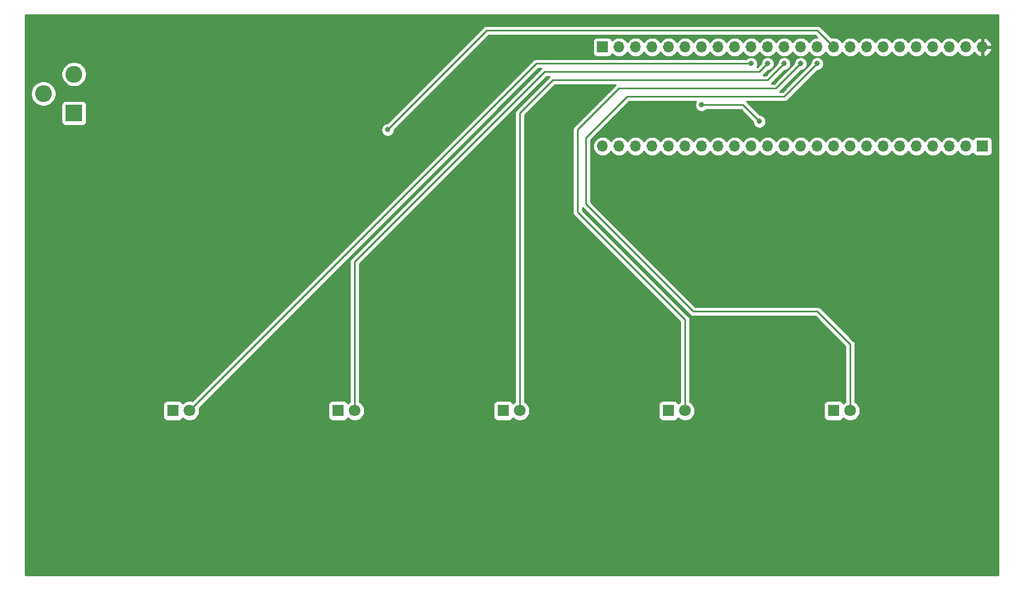
<source format=gbl>
G04 #@! TF.GenerationSoftware,KiCad,Pcbnew,(5.1.2-1)-1*
G04 #@! TF.CreationDate,2019-05-07T23:35:31-07:00*
G04 #@! TF.ProjectId,control_board,636f6e74-726f-46c5-9f62-6f6172642e6b,rev?*
G04 #@! TF.SameCoordinates,Original*
G04 #@! TF.FileFunction,Copper,L2,Bot*
G04 #@! TF.FilePolarity,Positive*
%FSLAX46Y46*%
G04 Gerber Fmt 4.6, Leading zero omitted, Abs format (unit mm)*
G04 Created by KiCad (PCBNEW (5.1.2-1)-1) date 2019-05-07 23:35:31*
%MOMM*%
%LPD*%
G04 APERTURE LIST*
%ADD10R,2.600000X2.600000*%
%ADD11C,2.600000*%
%ADD12C,1.800000*%
%ADD13R,1.800000X1.800000*%
%ADD14O,1.700000X1.700000*%
%ADD15R,1.700000X1.700000*%
%ADD16C,0.800000*%
%ADD17C,0.250000*%
%ADD18C,0.254000*%
G04 APERTURE END LIST*
D10*
X82550000Y-64770000D03*
D11*
X82550000Y-58770000D03*
X77850000Y-61770000D03*
D12*
X201930000Y-110490000D03*
D13*
X199390000Y-110490000D03*
X173990000Y-110490000D03*
D12*
X176530000Y-110490000D03*
X151130000Y-110490000D03*
D13*
X148590000Y-110490000D03*
X123190000Y-110490000D03*
D12*
X125730000Y-110490000D03*
D13*
X97790000Y-110490000D03*
D12*
X100330000Y-110490000D03*
D14*
X222250000Y-54610000D03*
X219710000Y-54610000D03*
X217170000Y-54610000D03*
X214630000Y-54610000D03*
X212090000Y-54610000D03*
X209550000Y-54610000D03*
X207010000Y-54610000D03*
X204470000Y-54610000D03*
X201930000Y-54610000D03*
X199390000Y-54610000D03*
X196850000Y-54610000D03*
X194310000Y-54610000D03*
X191770000Y-54610000D03*
X189230000Y-54610000D03*
X186690000Y-54610000D03*
X184150000Y-54610000D03*
X181610000Y-54610000D03*
X179070000Y-54610000D03*
X176530000Y-54610000D03*
X173990000Y-54610000D03*
X171450000Y-54610000D03*
X168910000Y-54610000D03*
X166370000Y-54610000D03*
D15*
X163830000Y-54610000D03*
X222250000Y-69850000D03*
D14*
X219710000Y-69850000D03*
X217170000Y-69850000D03*
X214630000Y-69850000D03*
X212090000Y-69850000D03*
X209550000Y-69850000D03*
X207010000Y-69850000D03*
X204470000Y-69850000D03*
X201930000Y-69850000D03*
X199390000Y-69850000D03*
X196850000Y-69850000D03*
X194310000Y-69850000D03*
X191770000Y-69850000D03*
X189230000Y-69850000D03*
X186690000Y-69850000D03*
X184150000Y-69850000D03*
X181610000Y-69850000D03*
X179070000Y-69850000D03*
X176530000Y-69850000D03*
X173990000Y-69850000D03*
X171450000Y-69850000D03*
X168910000Y-69850000D03*
X166370000Y-69850000D03*
X163830000Y-69850000D03*
D16*
X179070000Y-63500000D03*
X130810000Y-67310000D03*
X114300000Y-50800000D03*
X105410000Y-60960000D03*
X196850000Y-57150000D03*
X194310000Y-57150000D03*
X191770000Y-57150000D03*
X189230000Y-57150000D03*
X186690000Y-57150000D03*
X187960000Y-66040000D03*
D17*
X196850000Y-52070000D02*
X199390000Y-54610000D01*
X146050000Y-52070000D02*
X196850000Y-52070000D01*
X130810000Y-67310000D02*
X146050000Y-52070000D01*
X201930000Y-100330000D02*
X201930000Y-110490000D01*
X196850000Y-95250000D02*
X201930000Y-100330000D01*
X196850000Y-57150000D02*
X191770000Y-62230000D01*
X161290000Y-78740000D02*
X177800000Y-95250000D01*
X177800000Y-95250000D02*
X196850000Y-95250000D01*
X161290000Y-68580000D02*
X161290000Y-78740000D01*
X167640000Y-62230000D02*
X161290000Y-68580000D01*
X191770000Y-62230000D02*
X167640000Y-62230000D01*
X176530000Y-96520000D02*
X176530000Y-110490000D01*
X160020000Y-80010000D02*
X176530000Y-96520000D01*
X160020000Y-67310000D02*
X160020000Y-80010000D01*
X166370000Y-60960000D02*
X160020000Y-67310000D01*
X190500000Y-60960000D02*
X166370000Y-60960000D01*
X194310000Y-57150000D02*
X190500000Y-60960000D01*
X156210000Y-59690000D02*
X151130000Y-64770000D01*
X151130000Y-64770000D02*
X151130000Y-110490000D01*
X189230000Y-59690000D02*
X156210000Y-59690000D01*
X191770000Y-57150000D02*
X189230000Y-59690000D01*
X125730000Y-87630000D02*
X125730000Y-110490000D01*
X187960000Y-58420000D02*
X154940000Y-58420000D01*
X154940000Y-58420000D02*
X125730000Y-87630000D01*
X189230000Y-57150000D02*
X187960000Y-58420000D01*
X153670000Y-57150000D02*
X100330000Y-110490000D01*
X186690000Y-57150000D02*
X153670000Y-57150000D01*
X185420000Y-63500000D02*
X187960000Y-66040000D01*
X179070000Y-63500000D02*
X185420000Y-63500000D01*
D18*
G36*
X224663000Y-135763000D02*
G01*
X75057000Y-135763000D01*
X75057000Y-109590000D01*
X96251928Y-109590000D01*
X96251928Y-111390000D01*
X96264188Y-111514482D01*
X96300498Y-111634180D01*
X96359463Y-111744494D01*
X96438815Y-111841185D01*
X96535506Y-111920537D01*
X96645820Y-111979502D01*
X96765518Y-112015812D01*
X96890000Y-112028072D01*
X98690000Y-112028072D01*
X98814482Y-112015812D01*
X98934180Y-111979502D01*
X99044494Y-111920537D01*
X99141185Y-111841185D01*
X99220537Y-111744494D01*
X99279502Y-111634180D01*
X99285056Y-111615873D01*
X99351495Y-111682312D01*
X99602905Y-111850299D01*
X99882257Y-111966011D01*
X100178816Y-112025000D01*
X100481184Y-112025000D01*
X100777743Y-111966011D01*
X101057095Y-111850299D01*
X101308505Y-111682312D01*
X101522312Y-111468505D01*
X101690299Y-111217095D01*
X101806011Y-110937743D01*
X101865000Y-110641184D01*
X101865000Y-110338816D01*
X101813731Y-110081070D01*
X153984803Y-57910000D01*
X154375198Y-57910000D01*
X125219003Y-87066196D01*
X125189999Y-87089999D01*
X125134871Y-87157174D01*
X125095026Y-87205724D01*
X125024455Y-87337753D01*
X125024454Y-87337754D01*
X124980997Y-87481015D01*
X124970000Y-87592668D01*
X124970000Y-87592678D01*
X124966324Y-87630000D01*
X124970000Y-87667322D01*
X124970001Y-109151687D01*
X124751495Y-109297688D01*
X124685056Y-109364127D01*
X124679502Y-109345820D01*
X124620537Y-109235506D01*
X124541185Y-109138815D01*
X124444494Y-109059463D01*
X124334180Y-109000498D01*
X124214482Y-108964188D01*
X124090000Y-108951928D01*
X122290000Y-108951928D01*
X122165518Y-108964188D01*
X122045820Y-109000498D01*
X121935506Y-109059463D01*
X121838815Y-109138815D01*
X121759463Y-109235506D01*
X121700498Y-109345820D01*
X121664188Y-109465518D01*
X121651928Y-109590000D01*
X121651928Y-111390000D01*
X121664188Y-111514482D01*
X121700498Y-111634180D01*
X121759463Y-111744494D01*
X121838815Y-111841185D01*
X121935506Y-111920537D01*
X122045820Y-111979502D01*
X122165518Y-112015812D01*
X122290000Y-112028072D01*
X124090000Y-112028072D01*
X124214482Y-112015812D01*
X124334180Y-111979502D01*
X124444494Y-111920537D01*
X124541185Y-111841185D01*
X124620537Y-111744494D01*
X124679502Y-111634180D01*
X124685056Y-111615873D01*
X124751495Y-111682312D01*
X125002905Y-111850299D01*
X125282257Y-111966011D01*
X125578816Y-112025000D01*
X125881184Y-112025000D01*
X126177743Y-111966011D01*
X126457095Y-111850299D01*
X126708505Y-111682312D01*
X126922312Y-111468505D01*
X127090299Y-111217095D01*
X127206011Y-110937743D01*
X127265000Y-110641184D01*
X127265000Y-110338816D01*
X127206011Y-110042257D01*
X127090299Y-109762905D01*
X126922312Y-109511495D01*
X126708505Y-109297688D01*
X126490000Y-109151687D01*
X126490000Y-87944801D01*
X155254802Y-59180000D01*
X155645198Y-59180000D01*
X150619003Y-64206196D01*
X150589999Y-64229999D01*
X150534871Y-64297174D01*
X150495026Y-64345724D01*
X150424455Y-64477753D01*
X150424454Y-64477754D01*
X150380997Y-64621015D01*
X150370000Y-64732668D01*
X150370000Y-64732678D01*
X150366324Y-64770000D01*
X150370000Y-64807322D01*
X150370001Y-109151687D01*
X150151495Y-109297688D01*
X150085056Y-109364127D01*
X150079502Y-109345820D01*
X150020537Y-109235506D01*
X149941185Y-109138815D01*
X149844494Y-109059463D01*
X149734180Y-109000498D01*
X149614482Y-108964188D01*
X149490000Y-108951928D01*
X147690000Y-108951928D01*
X147565518Y-108964188D01*
X147445820Y-109000498D01*
X147335506Y-109059463D01*
X147238815Y-109138815D01*
X147159463Y-109235506D01*
X147100498Y-109345820D01*
X147064188Y-109465518D01*
X147051928Y-109590000D01*
X147051928Y-111390000D01*
X147064188Y-111514482D01*
X147100498Y-111634180D01*
X147159463Y-111744494D01*
X147238815Y-111841185D01*
X147335506Y-111920537D01*
X147445820Y-111979502D01*
X147565518Y-112015812D01*
X147690000Y-112028072D01*
X149490000Y-112028072D01*
X149614482Y-112015812D01*
X149734180Y-111979502D01*
X149844494Y-111920537D01*
X149941185Y-111841185D01*
X150020537Y-111744494D01*
X150079502Y-111634180D01*
X150085056Y-111615873D01*
X150151495Y-111682312D01*
X150402905Y-111850299D01*
X150682257Y-111966011D01*
X150978816Y-112025000D01*
X151281184Y-112025000D01*
X151577743Y-111966011D01*
X151857095Y-111850299D01*
X152108505Y-111682312D01*
X152322312Y-111468505D01*
X152490299Y-111217095D01*
X152606011Y-110937743D01*
X152665000Y-110641184D01*
X152665000Y-110338816D01*
X152606011Y-110042257D01*
X152490299Y-109762905D01*
X152322312Y-109511495D01*
X152108505Y-109297688D01*
X151890000Y-109151687D01*
X151890000Y-65084801D01*
X156524802Y-60450000D01*
X165805198Y-60450000D01*
X159509003Y-66746196D01*
X159479999Y-66769999D01*
X159439175Y-66819744D01*
X159385026Y-66885724D01*
X159319613Y-67008102D01*
X159314454Y-67017754D01*
X159270997Y-67161015D01*
X159260000Y-67272668D01*
X159260000Y-67272678D01*
X159256324Y-67310000D01*
X159260000Y-67347322D01*
X159260001Y-79972668D01*
X159256324Y-80010000D01*
X159270998Y-80158985D01*
X159314454Y-80302246D01*
X159385026Y-80434276D01*
X159456201Y-80521002D01*
X159480000Y-80550001D01*
X159508998Y-80573799D01*
X175770000Y-96834802D01*
X175770001Y-109151687D01*
X175551495Y-109297688D01*
X175485056Y-109364127D01*
X175479502Y-109345820D01*
X175420537Y-109235506D01*
X175341185Y-109138815D01*
X175244494Y-109059463D01*
X175134180Y-109000498D01*
X175014482Y-108964188D01*
X174890000Y-108951928D01*
X173090000Y-108951928D01*
X172965518Y-108964188D01*
X172845820Y-109000498D01*
X172735506Y-109059463D01*
X172638815Y-109138815D01*
X172559463Y-109235506D01*
X172500498Y-109345820D01*
X172464188Y-109465518D01*
X172451928Y-109590000D01*
X172451928Y-111390000D01*
X172464188Y-111514482D01*
X172500498Y-111634180D01*
X172559463Y-111744494D01*
X172638815Y-111841185D01*
X172735506Y-111920537D01*
X172845820Y-111979502D01*
X172965518Y-112015812D01*
X173090000Y-112028072D01*
X174890000Y-112028072D01*
X175014482Y-112015812D01*
X175134180Y-111979502D01*
X175244494Y-111920537D01*
X175341185Y-111841185D01*
X175420537Y-111744494D01*
X175479502Y-111634180D01*
X175485056Y-111615873D01*
X175551495Y-111682312D01*
X175802905Y-111850299D01*
X176082257Y-111966011D01*
X176378816Y-112025000D01*
X176681184Y-112025000D01*
X176977743Y-111966011D01*
X177257095Y-111850299D01*
X177508505Y-111682312D01*
X177722312Y-111468505D01*
X177890299Y-111217095D01*
X178006011Y-110937743D01*
X178065000Y-110641184D01*
X178065000Y-110338816D01*
X178006011Y-110042257D01*
X177890299Y-109762905D01*
X177722312Y-109511495D01*
X177508505Y-109297688D01*
X177290000Y-109151687D01*
X177290000Y-96557323D01*
X177293676Y-96520000D01*
X177290000Y-96482677D01*
X177290000Y-96482667D01*
X177279003Y-96371014D01*
X177235546Y-96227753D01*
X177164975Y-96095725D01*
X177164974Y-96095723D01*
X177093799Y-96008997D01*
X177070001Y-95979999D01*
X177041004Y-95956202D01*
X160780000Y-79695199D01*
X160780000Y-79304801D01*
X177236200Y-95761002D01*
X177259999Y-95790001D01*
X177288997Y-95813799D01*
X177375723Y-95884974D01*
X177507753Y-95955546D01*
X177651014Y-95999003D01*
X177762667Y-96010000D01*
X177762677Y-96010000D01*
X177800000Y-96013676D01*
X177837323Y-96010000D01*
X196535199Y-96010000D01*
X201170000Y-100644802D01*
X201170001Y-109151687D01*
X200951495Y-109297688D01*
X200885056Y-109364127D01*
X200879502Y-109345820D01*
X200820537Y-109235506D01*
X200741185Y-109138815D01*
X200644494Y-109059463D01*
X200534180Y-109000498D01*
X200414482Y-108964188D01*
X200290000Y-108951928D01*
X198490000Y-108951928D01*
X198365518Y-108964188D01*
X198245820Y-109000498D01*
X198135506Y-109059463D01*
X198038815Y-109138815D01*
X197959463Y-109235506D01*
X197900498Y-109345820D01*
X197864188Y-109465518D01*
X197851928Y-109590000D01*
X197851928Y-111390000D01*
X197864188Y-111514482D01*
X197900498Y-111634180D01*
X197959463Y-111744494D01*
X198038815Y-111841185D01*
X198135506Y-111920537D01*
X198245820Y-111979502D01*
X198365518Y-112015812D01*
X198490000Y-112028072D01*
X200290000Y-112028072D01*
X200414482Y-112015812D01*
X200534180Y-111979502D01*
X200644494Y-111920537D01*
X200741185Y-111841185D01*
X200820537Y-111744494D01*
X200879502Y-111634180D01*
X200885056Y-111615873D01*
X200951495Y-111682312D01*
X201202905Y-111850299D01*
X201482257Y-111966011D01*
X201778816Y-112025000D01*
X202081184Y-112025000D01*
X202377743Y-111966011D01*
X202657095Y-111850299D01*
X202908505Y-111682312D01*
X203122312Y-111468505D01*
X203290299Y-111217095D01*
X203406011Y-110937743D01*
X203465000Y-110641184D01*
X203465000Y-110338816D01*
X203406011Y-110042257D01*
X203290299Y-109762905D01*
X203122312Y-109511495D01*
X202908505Y-109297688D01*
X202690000Y-109151687D01*
X202690000Y-100367323D01*
X202693676Y-100330000D01*
X202690000Y-100292677D01*
X202690000Y-100292667D01*
X202679003Y-100181014D01*
X202635546Y-100037753D01*
X202564975Y-99905725D01*
X202564974Y-99905723D01*
X202493799Y-99818997D01*
X202470001Y-99789999D01*
X202441004Y-99766202D01*
X197413804Y-94739003D01*
X197390001Y-94709999D01*
X197274276Y-94615026D01*
X197142247Y-94544454D01*
X196998986Y-94500997D01*
X196887333Y-94490000D01*
X196887322Y-94490000D01*
X196850000Y-94486324D01*
X196812678Y-94490000D01*
X178114802Y-94490000D01*
X162050000Y-78425199D01*
X162050000Y-69850000D01*
X162337815Y-69850000D01*
X162366487Y-70141111D01*
X162451401Y-70421034D01*
X162589294Y-70679014D01*
X162774866Y-70905134D01*
X163000986Y-71090706D01*
X163258966Y-71228599D01*
X163538889Y-71313513D01*
X163757050Y-71335000D01*
X163902950Y-71335000D01*
X164121111Y-71313513D01*
X164401034Y-71228599D01*
X164659014Y-71090706D01*
X164885134Y-70905134D01*
X165070706Y-70679014D01*
X165100000Y-70624209D01*
X165129294Y-70679014D01*
X165314866Y-70905134D01*
X165540986Y-71090706D01*
X165798966Y-71228599D01*
X166078889Y-71313513D01*
X166297050Y-71335000D01*
X166442950Y-71335000D01*
X166661111Y-71313513D01*
X166941034Y-71228599D01*
X167199014Y-71090706D01*
X167425134Y-70905134D01*
X167610706Y-70679014D01*
X167640000Y-70624209D01*
X167669294Y-70679014D01*
X167854866Y-70905134D01*
X168080986Y-71090706D01*
X168338966Y-71228599D01*
X168618889Y-71313513D01*
X168837050Y-71335000D01*
X168982950Y-71335000D01*
X169201111Y-71313513D01*
X169481034Y-71228599D01*
X169739014Y-71090706D01*
X169965134Y-70905134D01*
X170150706Y-70679014D01*
X170180000Y-70624209D01*
X170209294Y-70679014D01*
X170394866Y-70905134D01*
X170620986Y-71090706D01*
X170878966Y-71228599D01*
X171158889Y-71313513D01*
X171377050Y-71335000D01*
X171522950Y-71335000D01*
X171741111Y-71313513D01*
X172021034Y-71228599D01*
X172279014Y-71090706D01*
X172505134Y-70905134D01*
X172690706Y-70679014D01*
X172720000Y-70624209D01*
X172749294Y-70679014D01*
X172934866Y-70905134D01*
X173160986Y-71090706D01*
X173418966Y-71228599D01*
X173698889Y-71313513D01*
X173917050Y-71335000D01*
X174062950Y-71335000D01*
X174281111Y-71313513D01*
X174561034Y-71228599D01*
X174819014Y-71090706D01*
X175045134Y-70905134D01*
X175230706Y-70679014D01*
X175260000Y-70624209D01*
X175289294Y-70679014D01*
X175474866Y-70905134D01*
X175700986Y-71090706D01*
X175958966Y-71228599D01*
X176238889Y-71313513D01*
X176457050Y-71335000D01*
X176602950Y-71335000D01*
X176821111Y-71313513D01*
X177101034Y-71228599D01*
X177359014Y-71090706D01*
X177585134Y-70905134D01*
X177770706Y-70679014D01*
X177800000Y-70624209D01*
X177829294Y-70679014D01*
X178014866Y-70905134D01*
X178240986Y-71090706D01*
X178498966Y-71228599D01*
X178778889Y-71313513D01*
X178997050Y-71335000D01*
X179142950Y-71335000D01*
X179361111Y-71313513D01*
X179641034Y-71228599D01*
X179899014Y-71090706D01*
X180125134Y-70905134D01*
X180310706Y-70679014D01*
X180340000Y-70624209D01*
X180369294Y-70679014D01*
X180554866Y-70905134D01*
X180780986Y-71090706D01*
X181038966Y-71228599D01*
X181318889Y-71313513D01*
X181537050Y-71335000D01*
X181682950Y-71335000D01*
X181901111Y-71313513D01*
X182181034Y-71228599D01*
X182439014Y-71090706D01*
X182665134Y-70905134D01*
X182850706Y-70679014D01*
X182880000Y-70624209D01*
X182909294Y-70679014D01*
X183094866Y-70905134D01*
X183320986Y-71090706D01*
X183578966Y-71228599D01*
X183858889Y-71313513D01*
X184077050Y-71335000D01*
X184222950Y-71335000D01*
X184441111Y-71313513D01*
X184721034Y-71228599D01*
X184979014Y-71090706D01*
X185205134Y-70905134D01*
X185390706Y-70679014D01*
X185420000Y-70624209D01*
X185449294Y-70679014D01*
X185634866Y-70905134D01*
X185860986Y-71090706D01*
X186118966Y-71228599D01*
X186398889Y-71313513D01*
X186617050Y-71335000D01*
X186762950Y-71335000D01*
X186981111Y-71313513D01*
X187261034Y-71228599D01*
X187519014Y-71090706D01*
X187745134Y-70905134D01*
X187930706Y-70679014D01*
X187960000Y-70624209D01*
X187989294Y-70679014D01*
X188174866Y-70905134D01*
X188400986Y-71090706D01*
X188658966Y-71228599D01*
X188938889Y-71313513D01*
X189157050Y-71335000D01*
X189302950Y-71335000D01*
X189521111Y-71313513D01*
X189801034Y-71228599D01*
X190059014Y-71090706D01*
X190285134Y-70905134D01*
X190470706Y-70679014D01*
X190500000Y-70624209D01*
X190529294Y-70679014D01*
X190714866Y-70905134D01*
X190940986Y-71090706D01*
X191198966Y-71228599D01*
X191478889Y-71313513D01*
X191697050Y-71335000D01*
X191842950Y-71335000D01*
X192061111Y-71313513D01*
X192341034Y-71228599D01*
X192599014Y-71090706D01*
X192825134Y-70905134D01*
X193010706Y-70679014D01*
X193040000Y-70624209D01*
X193069294Y-70679014D01*
X193254866Y-70905134D01*
X193480986Y-71090706D01*
X193738966Y-71228599D01*
X194018889Y-71313513D01*
X194237050Y-71335000D01*
X194382950Y-71335000D01*
X194601111Y-71313513D01*
X194881034Y-71228599D01*
X195139014Y-71090706D01*
X195365134Y-70905134D01*
X195550706Y-70679014D01*
X195580000Y-70624209D01*
X195609294Y-70679014D01*
X195794866Y-70905134D01*
X196020986Y-71090706D01*
X196278966Y-71228599D01*
X196558889Y-71313513D01*
X196777050Y-71335000D01*
X196922950Y-71335000D01*
X197141111Y-71313513D01*
X197421034Y-71228599D01*
X197679014Y-71090706D01*
X197905134Y-70905134D01*
X198090706Y-70679014D01*
X198120000Y-70624209D01*
X198149294Y-70679014D01*
X198334866Y-70905134D01*
X198560986Y-71090706D01*
X198818966Y-71228599D01*
X199098889Y-71313513D01*
X199317050Y-71335000D01*
X199462950Y-71335000D01*
X199681111Y-71313513D01*
X199961034Y-71228599D01*
X200219014Y-71090706D01*
X200445134Y-70905134D01*
X200630706Y-70679014D01*
X200660000Y-70624209D01*
X200689294Y-70679014D01*
X200874866Y-70905134D01*
X201100986Y-71090706D01*
X201358966Y-71228599D01*
X201638889Y-71313513D01*
X201857050Y-71335000D01*
X202002950Y-71335000D01*
X202221111Y-71313513D01*
X202501034Y-71228599D01*
X202759014Y-71090706D01*
X202985134Y-70905134D01*
X203170706Y-70679014D01*
X203200000Y-70624209D01*
X203229294Y-70679014D01*
X203414866Y-70905134D01*
X203640986Y-71090706D01*
X203898966Y-71228599D01*
X204178889Y-71313513D01*
X204397050Y-71335000D01*
X204542950Y-71335000D01*
X204761111Y-71313513D01*
X205041034Y-71228599D01*
X205299014Y-71090706D01*
X205525134Y-70905134D01*
X205710706Y-70679014D01*
X205740000Y-70624209D01*
X205769294Y-70679014D01*
X205954866Y-70905134D01*
X206180986Y-71090706D01*
X206438966Y-71228599D01*
X206718889Y-71313513D01*
X206937050Y-71335000D01*
X207082950Y-71335000D01*
X207301111Y-71313513D01*
X207581034Y-71228599D01*
X207839014Y-71090706D01*
X208065134Y-70905134D01*
X208250706Y-70679014D01*
X208280000Y-70624209D01*
X208309294Y-70679014D01*
X208494866Y-70905134D01*
X208720986Y-71090706D01*
X208978966Y-71228599D01*
X209258889Y-71313513D01*
X209477050Y-71335000D01*
X209622950Y-71335000D01*
X209841111Y-71313513D01*
X210121034Y-71228599D01*
X210379014Y-71090706D01*
X210605134Y-70905134D01*
X210790706Y-70679014D01*
X210820000Y-70624209D01*
X210849294Y-70679014D01*
X211034866Y-70905134D01*
X211260986Y-71090706D01*
X211518966Y-71228599D01*
X211798889Y-71313513D01*
X212017050Y-71335000D01*
X212162950Y-71335000D01*
X212381111Y-71313513D01*
X212661034Y-71228599D01*
X212919014Y-71090706D01*
X213145134Y-70905134D01*
X213330706Y-70679014D01*
X213360000Y-70624209D01*
X213389294Y-70679014D01*
X213574866Y-70905134D01*
X213800986Y-71090706D01*
X214058966Y-71228599D01*
X214338889Y-71313513D01*
X214557050Y-71335000D01*
X214702950Y-71335000D01*
X214921111Y-71313513D01*
X215201034Y-71228599D01*
X215459014Y-71090706D01*
X215685134Y-70905134D01*
X215870706Y-70679014D01*
X215900000Y-70624209D01*
X215929294Y-70679014D01*
X216114866Y-70905134D01*
X216340986Y-71090706D01*
X216598966Y-71228599D01*
X216878889Y-71313513D01*
X217097050Y-71335000D01*
X217242950Y-71335000D01*
X217461111Y-71313513D01*
X217741034Y-71228599D01*
X217999014Y-71090706D01*
X218225134Y-70905134D01*
X218410706Y-70679014D01*
X218440000Y-70624209D01*
X218469294Y-70679014D01*
X218654866Y-70905134D01*
X218880986Y-71090706D01*
X219138966Y-71228599D01*
X219418889Y-71313513D01*
X219637050Y-71335000D01*
X219782950Y-71335000D01*
X220001111Y-71313513D01*
X220281034Y-71228599D01*
X220539014Y-71090706D01*
X220765134Y-70905134D01*
X220789607Y-70875313D01*
X220810498Y-70944180D01*
X220869463Y-71054494D01*
X220948815Y-71151185D01*
X221045506Y-71230537D01*
X221155820Y-71289502D01*
X221275518Y-71325812D01*
X221400000Y-71338072D01*
X223100000Y-71338072D01*
X223224482Y-71325812D01*
X223344180Y-71289502D01*
X223454494Y-71230537D01*
X223551185Y-71151185D01*
X223630537Y-71054494D01*
X223689502Y-70944180D01*
X223725812Y-70824482D01*
X223738072Y-70700000D01*
X223738072Y-69000000D01*
X223725812Y-68875518D01*
X223689502Y-68755820D01*
X223630537Y-68645506D01*
X223551185Y-68548815D01*
X223454494Y-68469463D01*
X223344180Y-68410498D01*
X223224482Y-68374188D01*
X223100000Y-68361928D01*
X221400000Y-68361928D01*
X221275518Y-68374188D01*
X221155820Y-68410498D01*
X221045506Y-68469463D01*
X220948815Y-68548815D01*
X220869463Y-68645506D01*
X220810498Y-68755820D01*
X220789607Y-68824687D01*
X220765134Y-68794866D01*
X220539014Y-68609294D01*
X220281034Y-68471401D01*
X220001111Y-68386487D01*
X219782950Y-68365000D01*
X219637050Y-68365000D01*
X219418889Y-68386487D01*
X219138966Y-68471401D01*
X218880986Y-68609294D01*
X218654866Y-68794866D01*
X218469294Y-69020986D01*
X218440000Y-69075791D01*
X218410706Y-69020986D01*
X218225134Y-68794866D01*
X217999014Y-68609294D01*
X217741034Y-68471401D01*
X217461111Y-68386487D01*
X217242950Y-68365000D01*
X217097050Y-68365000D01*
X216878889Y-68386487D01*
X216598966Y-68471401D01*
X216340986Y-68609294D01*
X216114866Y-68794866D01*
X215929294Y-69020986D01*
X215900000Y-69075791D01*
X215870706Y-69020986D01*
X215685134Y-68794866D01*
X215459014Y-68609294D01*
X215201034Y-68471401D01*
X214921111Y-68386487D01*
X214702950Y-68365000D01*
X214557050Y-68365000D01*
X214338889Y-68386487D01*
X214058966Y-68471401D01*
X213800986Y-68609294D01*
X213574866Y-68794866D01*
X213389294Y-69020986D01*
X213360000Y-69075791D01*
X213330706Y-69020986D01*
X213145134Y-68794866D01*
X212919014Y-68609294D01*
X212661034Y-68471401D01*
X212381111Y-68386487D01*
X212162950Y-68365000D01*
X212017050Y-68365000D01*
X211798889Y-68386487D01*
X211518966Y-68471401D01*
X211260986Y-68609294D01*
X211034866Y-68794866D01*
X210849294Y-69020986D01*
X210820000Y-69075791D01*
X210790706Y-69020986D01*
X210605134Y-68794866D01*
X210379014Y-68609294D01*
X210121034Y-68471401D01*
X209841111Y-68386487D01*
X209622950Y-68365000D01*
X209477050Y-68365000D01*
X209258889Y-68386487D01*
X208978966Y-68471401D01*
X208720986Y-68609294D01*
X208494866Y-68794866D01*
X208309294Y-69020986D01*
X208280000Y-69075791D01*
X208250706Y-69020986D01*
X208065134Y-68794866D01*
X207839014Y-68609294D01*
X207581034Y-68471401D01*
X207301111Y-68386487D01*
X207082950Y-68365000D01*
X206937050Y-68365000D01*
X206718889Y-68386487D01*
X206438966Y-68471401D01*
X206180986Y-68609294D01*
X205954866Y-68794866D01*
X205769294Y-69020986D01*
X205740000Y-69075791D01*
X205710706Y-69020986D01*
X205525134Y-68794866D01*
X205299014Y-68609294D01*
X205041034Y-68471401D01*
X204761111Y-68386487D01*
X204542950Y-68365000D01*
X204397050Y-68365000D01*
X204178889Y-68386487D01*
X203898966Y-68471401D01*
X203640986Y-68609294D01*
X203414866Y-68794866D01*
X203229294Y-69020986D01*
X203200000Y-69075791D01*
X203170706Y-69020986D01*
X202985134Y-68794866D01*
X202759014Y-68609294D01*
X202501034Y-68471401D01*
X202221111Y-68386487D01*
X202002950Y-68365000D01*
X201857050Y-68365000D01*
X201638889Y-68386487D01*
X201358966Y-68471401D01*
X201100986Y-68609294D01*
X200874866Y-68794866D01*
X200689294Y-69020986D01*
X200660000Y-69075791D01*
X200630706Y-69020986D01*
X200445134Y-68794866D01*
X200219014Y-68609294D01*
X199961034Y-68471401D01*
X199681111Y-68386487D01*
X199462950Y-68365000D01*
X199317050Y-68365000D01*
X199098889Y-68386487D01*
X198818966Y-68471401D01*
X198560986Y-68609294D01*
X198334866Y-68794866D01*
X198149294Y-69020986D01*
X198120000Y-69075791D01*
X198090706Y-69020986D01*
X197905134Y-68794866D01*
X197679014Y-68609294D01*
X197421034Y-68471401D01*
X197141111Y-68386487D01*
X196922950Y-68365000D01*
X196777050Y-68365000D01*
X196558889Y-68386487D01*
X196278966Y-68471401D01*
X196020986Y-68609294D01*
X195794866Y-68794866D01*
X195609294Y-69020986D01*
X195580000Y-69075791D01*
X195550706Y-69020986D01*
X195365134Y-68794866D01*
X195139014Y-68609294D01*
X194881034Y-68471401D01*
X194601111Y-68386487D01*
X194382950Y-68365000D01*
X194237050Y-68365000D01*
X194018889Y-68386487D01*
X193738966Y-68471401D01*
X193480986Y-68609294D01*
X193254866Y-68794866D01*
X193069294Y-69020986D01*
X193040000Y-69075791D01*
X193010706Y-69020986D01*
X192825134Y-68794866D01*
X192599014Y-68609294D01*
X192341034Y-68471401D01*
X192061111Y-68386487D01*
X191842950Y-68365000D01*
X191697050Y-68365000D01*
X191478889Y-68386487D01*
X191198966Y-68471401D01*
X190940986Y-68609294D01*
X190714866Y-68794866D01*
X190529294Y-69020986D01*
X190500000Y-69075791D01*
X190470706Y-69020986D01*
X190285134Y-68794866D01*
X190059014Y-68609294D01*
X189801034Y-68471401D01*
X189521111Y-68386487D01*
X189302950Y-68365000D01*
X189157050Y-68365000D01*
X188938889Y-68386487D01*
X188658966Y-68471401D01*
X188400986Y-68609294D01*
X188174866Y-68794866D01*
X187989294Y-69020986D01*
X187960000Y-69075791D01*
X187930706Y-69020986D01*
X187745134Y-68794866D01*
X187519014Y-68609294D01*
X187261034Y-68471401D01*
X186981111Y-68386487D01*
X186762950Y-68365000D01*
X186617050Y-68365000D01*
X186398889Y-68386487D01*
X186118966Y-68471401D01*
X185860986Y-68609294D01*
X185634866Y-68794866D01*
X185449294Y-69020986D01*
X185420000Y-69075791D01*
X185390706Y-69020986D01*
X185205134Y-68794866D01*
X184979014Y-68609294D01*
X184721034Y-68471401D01*
X184441111Y-68386487D01*
X184222950Y-68365000D01*
X184077050Y-68365000D01*
X183858889Y-68386487D01*
X183578966Y-68471401D01*
X183320986Y-68609294D01*
X183094866Y-68794866D01*
X182909294Y-69020986D01*
X182880000Y-69075791D01*
X182850706Y-69020986D01*
X182665134Y-68794866D01*
X182439014Y-68609294D01*
X182181034Y-68471401D01*
X181901111Y-68386487D01*
X181682950Y-68365000D01*
X181537050Y-68365000D01*
X181318889Y-68386487D01*
X181038966Y-68471401D01*
X180780986Y-68609294D01*
X180554866Y-68794866D01*
X180369294Y-69020986D01*
X180340000Y-69075791D01*
X180310706Y-69020986D01*
X180125134Y-68794866D01*
X179899014Y-68609294D01*
X179641034Y-68471401D01*
X179361111Y-68386487D01*
X179142950Y-68365000D01*
X178997050Y-68365000D01*
X178778889Y-68386487D01*
X178498966Y-68471401D01*
X178240986Y-68609294D01*
X178014866Y-68794866D01*
X177829294Y-69020986D01*
X177800000Y-69075791D01*
X177770706Y-69020986D01*
X177585134Y-68794866D01*
X177359014Y-68609294D01*
X177101034Y-68471401D01*
X176821111Y-68386487D01*
X176602950Y-68365000D01*
X176457050Y-68365000D01*
X176238889Y-68386487D01*
X175958966Y-68471401D01*
X175700986Y-68609294D01*
X175474866Y-68794866D01*
X175289294Y-69020986D01*
X175260000Y-69075791D01*
X175230706Y-69020986D01*
X175045134Y-68794866D01*
X174819014Y-68609294D01*
X174561034Y-68471401D01*
X174281111Y-68386487D01*
X174062950Y-68365000D01*
X173917050Y-68365000D01*
X173698889Y-68386487D01*
X173418966Y-68471401D01*
X173160986Y-68609294D01*
X172934866Y-68794866D01*
X172749294Y-69020986D01*
X172720000Y-69075791D01*
X172690706Y-69020986D01*
X172505134Y-68794866D01*
X172279014Y-68609294D01*
X172021034Y-68471401D01*
X171741111Y-68386487D01*
X171522950Y-68365000D01*
X171377050Y-68365000D01*
X171158889Y-68386487D01*
X170878966Y-68471401D01*
X170620986Y-68609294D01*
X170394866Y-68794866D01*
X170209294Y-69020986D01*
X170180000Y-69075791D01*
X170150706Y-69020986D01*
X169965134Y-68794866D01*
X169739014Y-68609294D01*
X169481034Y-68471401D01*
X169201111Y-68386487D01*
X168982950Y-68365000D01*
X168837050Y-68365000D01*
X168618889Y-68386487D01*
X168338966Y-68471401D01*
X168080986Y-68609294D01*
X167854866Y-68794866D01*
X167669294Y-69020986D01*
X167640000Y-69075791D01*
X167610706Y-69020986D01*
X167425134Y-68794866D01*
X167199014Y-68609294D01*
X166941034Y-68471401D01*
X166661111Y-68386487D01*
X166442950Y-68365000D01*
X166297050Y-68365000D01*
X166078889Y-68386487D01*
X165798966Y-68471401D01*
X165540986Y-68609294D01*
X165314866Y-68794866D01*
X165129294Y-69020986D01*
X165100000Y-69075791D01*
X165070706Y-69020986D01*
X164885134Y-68794866D01*
X164659014Y-68609294D01*
X164401034Y-68471401D01*
X164121111Y-68386487D01*
X163902950Y-68365000D01*
X163757050Y-68365000D01*
X163538889Y-68386487D01*
X163258966Y-68471401D01*
X163000986Y-68609294D01*
X162774866Y-68794866D01*
X162589294Y-69020986D01*
X162451401Y-69278966D01*
X162366487Y-69558889D01*
X162337815Y-69850000D01*
X162050000Y-69850000D01*
X162050000Y-68894801D01*
X167954802Y-62990000D01*
X178165987Y-62990000D01*
X178152795Y-63009744D01*
X178074774Y-63198102D01*
X178035000Y-63398061D01*
X178035000Y-63601939D01*
X178074774Y-63801898D01*
X178152795Y-63990256D01*
X178266063Y-64159774D01*
X178410226Y-64303937D01*
X178579744Y-64417205D01*
X178768102Y-64495226D01*
X178968061Y-64535000D01*
X179171939Y-64535000D01*
X179371898Y-64495226D01*
X179560256Y-64417205D01*
X179729774Y-64303937D01*
X179773711Y-64260000D01*
X185105199Y-64260000D01*
X186925000Y-66079803D01*
X186925000Y-66141939D01*
X186964774Y-66341898D01*
X187042795Y-66530256D01*
X187156063Y-66699774D01*
X187300226Y-66843937D01*
X187469744Y-66957205D01*
X187658102Y-67035226D01*
X187858061Y-67075000D01*
X188061939Y-67075000D01*
X188261898Y-67035226D01*
X188450256Y-66957205D01*
X188619774Y-66843937D01*
X188763937Y-66699774D01*
X188877205Y-66530256D01*
X188955226Y-66341898D01*
X188995000Y-66141939D01*
X188995000Y-65938061D01*
X188955226Y-65738102D01*
X188877205Y-65549744D01*
X188763937Y-65380226D01*
X188619774Y-65236063D01*
X188450256Y-65122795D01*
X188261898Y-65044774D01*
X188061939Y-65005000D01*
X187999803Y-65005000D01*
X185984801Y-62990000D01*
X191732678Y-62990000D01*
X191770000Y-62993676D01*
X191807322Y-62990000D01*
X191807333Y-62990000D01*
X191918986Y-62979003D01*
X192062247Y-62935546D01*
X192194276Y-62864974D01*
X192310001Y-62770001D01*
X192333804Y-62740997D01*
X196889802Y-58185000D01*
X196951939Y-58185000D01*
X197151898Y-58145226D01*
X197340256Y-58067205D01*
X197509774Y-57953937D01*
X197653937Y-57809774D01*
X197767205Y-57640256D01*
X197845226Y-57451898D01*
X197885000Y-57251939D01*
X197885000Y-57048061D01*
X197845226Y-56848102D01*
X197767205Y-56659744D01*
X197653937Y-56490226D01*
X197509774Y-56346063D01*
X197340256Y-56232795D01*
X197151898Y-56154774D01*
X196951939Y-56115000D01*
X196748061Y-56115000D01*
X196548102Y-56154774D01*
X196359744Y-56232795D01*
X196190226Y-56346063D01*
X196046063Y-56490226D01*
X195932795Y-56659744D01*
X195854774Y-56848102D01*
X195815000Y-57048061D01*
X195815000Y-57110198D01*
X191455199Y-61470000D01*
X191064801Y-61470000D01*
X194349802Y-58185000D01*
X194411939Y-58185000D01*
X194611898Y-58145226D01*
X194800256Y-58067205D01*
X194969774Y-57953937D01*
X195113937Y-57809774D01*
X195227205Y-57640256D01*
X195305226Y-57451898D01*
X195345000Y-57251939D01*
X195345000Y-57048061D01*
X195305226Y-56848102D01*
X195227205Y-56659744D01*
X195113937Y-56490226D01*
X194969774Y-56346063D01*
X194800256Y-56232795D01*
X194611898Y-56154774D01*
X194411939Y-56115000D01*
X194208061Y-56115000D01*
X194008102Y-56154774D01*
X193819744Y-56232795D01*
X193650226Y-56346063D01*
X193506063Y-56490226D01*
X193392795Y-56659744D01*
X193314774Y-56848102D01*
X193275000Y-57048061D01*
X193275000Y-57110198D01*
X190185199Y-60200000D01*
X189794801Y-60200000D01*
X191809803Y-58185000D01*
X191871939Y-58185000D01*
X192071898Y-58145226D01*
X192260256Y-58067205D01*
X192429774Y-57953937D01*
X192573937Y-57809774D01*
X192687205Y-57640256D01*
X192765226Y-57451898D01*
X192805000Y-57251939D01*
X192805000Y-57048061D01*
X192765226Y-56848102D01*
X192687205Y-56659744D01*
X192573937Y-56490226D01*
X192429774Y-56346063D01*
X192260256Y-56232795D01*
X192071898Y-56154774D01*
X191871939Y-56115000D01*
X191668061Y-56115000D01*
X191468102Y-56154774D01*
X191279744Y-56232795D01*
X191110226Y-56346063D01*
X190966063Y-56490226D01*
X190852795Y-56659744D01*
X190774774Y-56848102D01*
X190735000Y-57048061D01*
X190735000Y-57110197D01*
X188915199Y-58930000D01*
X188524801Y-58930000D01*
X189269802Y-58185000D01*
X189331939Y-58185000D01*
X189531898Y-58145226D01*
X189720256Y-58067205D01*
X189889774Y-57953937D01*
X190033937Y-57809774D01*
X190147205Y-57640256D01*
X190225226Y-57451898D01*
X190265000Y-57251939D01*
X190265000Y-57048061D01*
X190225226Y-56848102D01*
X190147205Y-56659744D01*
X190033937Y-56490226D01*
X189889774Y-56346063D01*
X189720256Y-56232795D01*
X189531898Y-56154774D01*
X189331939Y-56115000D01*
X189128061Y-56115000D01*
X188928102Y-56154774D01*
X188739744Y-56232795D01*
X188570226Y-56346063D01*
X188426063Y-56490226D01*
X188312795Y-56659744D01*
X188234774Y-56848102D01*
X188195000Y-57048061D01*
X188195000Y-57110198D01*
X187645199Y-57660000D01*
X187594013Y-57660000D01*
X187607205Y-57640256D01*
X187685226Y-57451898D01*
X187725000Y-57251939D01*
X187725000Y-57048061D01*
X187685226Y-56848102D01*
X187607205Y-56659744D01*
X187493937Y-56490226D01*
X187349774Y-56346063D01*
X187180256Y-56232795D01*
X186991898Y-56154774D01*
X186791939Y-56115000D01*
X186588061Y-56115000D01*
X186388102Y-56154774D01*
X186199744Y-56232795D01*
X186030226Y-56346063D01*
X185986289Y-56390000D01*
X153707322Y-56390000D01*
X153669999Y-56386324D01*
X153632676Y-56390000D01*
X153632667Y-56390000D01*
X153521014Y-56400997D01*
X153377753Y-56444454D01*
X153245724Y-56515026D01*
X153245722Y-56515027D01*
X153245723Y-56515027D01*
X153158996Y-56586201D01*
X153158992Y-56586205D01*
X153129999Y-56609999D01*
X153106205Y-56638992D01*
X100738930Y-109006269D01*
X100481184Y-108955000D01*
X100178816Y-108955000D01*
X99882257Y-109013989D01*
X99602905Y-109129701D01*
X99351495Y-109297688D01*
X99285056Y-109364127D01*
X99279502Y-109345820D01*
X99220537Y-109235506D01*
X99141185Y-109138815D01*
X99044494Y-109059463D01*
X98934180Y-109000498D01*
X98814482Y-108964188D01*
X98690000Y-108951928D01*
X96890000Y-108951928D01*
X96765518Y-108964188D01*
X96645820Y-109000498D01*
X96535506Y-109059463D01*
X96438815Y-109138815D01*
X96359463Y-109235506D01*
X96300498Y-109345820D01*
X96264188Y-109465518D01*
X96251928Y-109590000D01*
X75057000Y-109590000D01*
X75057000Y-67208061D01*
X129775000Y-67208061D01*
X129775000Y-67411939D01*
X129814774Y-67611898D01*
X129892795Y-67800256D01*
X130006063Y-67969774D01*
X130150226Y-68113937D01*
X130319744Y-68227205D01*
X130508102Y-68305226D01*
X130708061Y-68345000D01*
X130911939Y-68345000D01*
X131111898Y-68305226D01*
X131300256Y-68227205D01*
X131469774Y-68113937D01*
X131613937Y-67969774D01*
X131727205Y-67800256D01*
X131805226Y-67611898D01*
X131845000Y-67411939D01*
X131845000Y-67349801D01*
X146364802Y-52830000D01*
X196535199Y-52830000D01*
X196830199Y-53125000D01*
X196777050Y-53125000D01*
X196558889Y-53146487D01*
X196278966Y-53231401D01*
X196020986Y-53369294D01*
X195794866Y-53554866D01*
X195609294Y-53780986D01*
X195580000Y-53835791D01*
X195550706Y-53780986D01*
X195365134Y-53554866D01*
X195139014Y-53369294D01*
X194881034Y-53231401D01*
X194601111Y-53146487D01*
X194382950Y-53125000D01*
X194237050Y-53125000D01*
X194018889Y-53146487D01*
X193738966Y-53231401D01*
X193480986Y-53369294D01*
X193254866Y-53554866D01*
X193069294Y-53780986D01*
X193040000Y-53835791D01*
X193010706Y-53780986D01*
X192825134Y-53554866D01*
X192599014Y-53369294D01*
X192341034Y-53231401D01*
X192061111Y-53146487D01*
X191842950Y-53125000D01*
X191697050Y-53125000D01*
X191478889Y-53146487D01*
X191198966Y-53231401D01*
X190940986Y-53369294D01*
X190714866Y-53554866D01*
X190529294Y-53780986D01*
X190500000Y-53835791D01*
X190470706Y-53780986D01*
X190285134Y-53554866D01*
X190059014Y-53369294D01*
X189801034Y-53231401D01*
X189521111Y-53146487D01*
X189302950Y-53125000D01*
X189157050Y-53125000D01*
X188938889Y-53146487D01*
X188658966Y-53231401D01*
X188400986Y-53369294D01*
X188174866Y-53554866D01*
X187989294Y-53780986D01*
X187960000Y-53835791D01*
X187930706Y-53780986D01*
X187745134Y-53554866D01*
X187519014Y-53369294D01*
X187261034Y-53231401D01*
X186981111Y-53146487D01*
X186762950Y-53125000D01*
X186617050Y-53125000D01*
X186398889Y-53146487D01*
X186118966Y-53231401D01*
X185860986Y-53369294D01*
X185634866Y-53554866D01*
X185449294Y-53780986D01*
X185420000Y-53835791D01*
X185390706Y-53780986D01*
X185205134Y-53554866D01*
X184979014Y-53369294D01*
X184721034Y-53231401D01*
X184441111Y-53146487D01*
X184222950Y-53125000D01*
X184077050Y-53125000D01*
X183858889Y-53146487D01*
X183578966Y-53231401D01*
X183320986Y-53369294D01*
X183094866Y-53554866D01*
X182909294Y-53780986D01*
X182880000Y-53835791D01*
X182850706Y-53780986D01*
X182665134Y-53554866D01*
X182439014Y-53369294D01*
X182181034Y-53231401D01*
X181901111Y-53146487D01*
X181682950Y-53125000D01*
X181537050Y-53125000D01*
X181318889Y-53146487D01*
X181038966Y-53231401D01*
X180780986Y-53369294D01*
X180554866Y-53554866D01*
X180369294Y-53780986D01*
X180340000Y-53835791D01*
X180310706Y-53780986D01*
X180125134Y-53554866D01*
X179899014Y-53369294D01*
X179641034Y-53231401D01*
X179361111Y-53146487D01*
X179142950Y-53125000D01*
X178997050Y-53125000D01*
X178778889Y-53146487D01*
X178498966Y-53231401D01*
X178240986Y-53369294D01*
X178014866Y-53554866D01*
X177829294Y-53780986D01*
X177800000Y-53835791D01*
X177770706Y-53780986D01*
X177585134Y-53554866D01*
X177359014Y-53369294D01*
X177101034Y-53231401D01*
X176821111Y-53146487D01*
X176602950Y-53125000D01*
X176457050Y-53125000D01*
X176238889Y-53146487D01*
X175958966Y-53231401D01*
X175700986Y-53369294D01*
X175474866Y-53554866D01*
X175289294Y-53780986D01*
X175260000Y-53835791D01*
X175230706Y-53780986D01*
X175045134Y-53554866D01*
X174819014Y-53369294D01*
X174561034Y-53231401D01*
X174281111Y-53146487D01*
X174062950Y-53125000D01*
X173917050Y-53125000D01*
X173698889Y-53146487D01*
X173418966Y-53231401D01*
X173160986Y-53369294D01*
X172934866Y-53554866D01*
X172749294Y-53780986D01*
X172720000Y-53835791D01*
X172690706Y-53780986D01*
X172505134Y-53554866D01*
X172279014Y-53369294D01*
X172021034Y-53231401D01*
X171741111Y-53146487D01*
X171522950Y-53125000D01*
X171377050Y-53125000D01*
X171158889Y-53146487D01*
X170878966Y-53231401D01*
X170620986Y-53369294D01*
X170394866Y-53554866D01*
X170209294Y-53780986D01*
X170180000Y-53835791D01*
X170150706Y-53780986D01*
X169965134Y-53554866D01*
X169739014Y-53369294D01*
X169481034Y-53231401D01*
X169201111Y-53146487D01*
X168982950Y-53125000D01*
X168837050Y-53125000D01*
X168618889Y-53146487D01*
X168338966Y-53231401D01*
X168080986Y-53369294D01*
X167854866Y-53554866D01*
X167669294Y-53780986D01*
X167640000Y-53835791D01*
X167610706Y-53780986D01*
X167425134Y-53554866D01*
X167199014Y-53369294D01*
X166941034Y-53231401D01*
X166661111Y-53146487D01*
X166442950Y-53125000D01*
X166297050Y-53125000D01*
X166078889Y-53146487D01*
X165798966Y-53231401D01*
X165540986Y-53369294D01*
X165314866Y-53554866D01*
X165290393Y-53584687D01*
X165269502Y-53515820D01*
X165210537Y-53405506D01*
X165131185Y-53308815D01*
X165034494Y-53229463D01*
X164924180Y-53170498D01*
X164804482Y-53134188D01*
X164680000Y-53121928D01*
X162980000Y-53121928D01*
X162855518Y-53134188D01*
X162735820Y-53170498D01*
X162625506Y-53229463D01*
X162528815Y-53308815D01*
X162449463Y-53405506D01*
X162390498Y-53515820D01*
X162354188Y-53635518D01*
X162341928Y-53760000D01*
X162341928Y-55460000D01*
X162354188Y-55584482D01*
X162390498Y-55704180D01*
X162449463Y-55814494D01*
X162528815Y-55911185D01*
X162625506Y-55990537D01*
X162735820Y-56049502D01*
X162855518Y-56085812D01*
X162980000Y-56098072D01*
X164680000Y-56098072D01*
X164804482Y-56085812D01*
X164924180Y-56049502D01*
X165034494Y-55990537D01*
X165131185Y-55911185D01*
X165210537Y-55814494D01*
X165269502Y-55704180D01*
X165290393Y-55635313D01*
X165314866Y-55665134D01*
X165540986Y-55850706D01*
X165798966Y-55988599D01*
X166078889Y-56073513D01*
X166297050Y-56095000D01*
X166442950Y-56095000D01*
X166661111Y-56073513D01*
X166941034Y-55988599D01*
X167199014Y-55850706D01*
X167425134Y-55665134D01*
X167610706Y-55439014D01*
X167640000Y-55384209D01*
X167669294Y-55439014D01*
X167854866Y-55665134D01*
X168080986Y-55850706D01*
X168338966Y-55988599D01*
X168618889Y-56073513D01*
X168837050Y-56095000D01*
X168982950Y-56095000D01*
X169201111Y-56073513D01*
X169481034Y-55988599D01*
X169739014Y-55850706D01*
X169965134Y-55665134D01*
X170150706Y-55439014D01*
X170180000Y-55384209D01*
X170209294Y-55439014D01*
X170394866Y-55665134D01*
X170620986Y-55850706D01*
X170878966Y-55988599D01*
X171158889Y-56073513D01*
X171377050Y-56095000D01*
X171522950Y-56095000D01*
X171741111Y-56073513D01*
X172021034Y-55988599D01*
X172279014Y-55850706D01*
X172505134Y-55665134D01*
X172690706Y-55439014D01*
X172720000Y-55384209D01*
X172749294Y-55439014D01*
X172934866Y-55665134D01*
X173160986Y-55850706D01*
X173418966Y-55988599D01*
X173698889Y-56073513D01*
X173917050Y-56095000D01*
X174062950Y-56095000D01*
X174281111Y-56073513D01*
X174561034Y-55988599D01*
X174819014Y-55850706D01*
X175045134Y-55665134D01*
X175230706Y-55439014D01*
X175260000Y-55384209D01*
X175289294Y-55439014D01*
X175474866Y-55665134D01*
X175700986Y-55850706D01*
X175958966Y-55988599D01*
X176238889Y-56073513D01*
X176457050Y-56095000D01*
X176602950Y-56095000D01*
X176821111Y-56073513D01*
X177101034Y-55988599D01*
X177359014Y-55850706D01*
X177585134Y-55665134D01*
X177770706Y-55439014D01*
X177800000Y-55384209D01*
X177829294Y-55439014D01*
X178014866Y-55665134D01*
X178240986Y-55850706D01*
X178498966Y-55988599D01*
X178778889Y-56073513D01*
X178997050Y-56095000D01*
X179142950Y-56095000D01*
X179361111Y-56073513D01*
X179641034Y-55988599D01*
X179899014Y-55850706D01*
X180125134Y-55665134D01*
X180310706Y-55439014D01*
X180340000Y-55384209D01*
X180369294Y-55439014D01*
X180554866Y-55665134D01*
X180780986Y-55850706D01*
X181038966Y-55988599D01*
X181318889Y-56073513D01*
X181537050Y-56095000D01*
X181682950Y-56095000D01*
X181901111Y-56073513D01*
X182181034Y-55988599D01*
X182439014Y-55850706D01*
X182665134Y-55665134D01*
X182850706Y-55439014D01*
X182880000Y-55384209D01*
X182909294Y-55439014D01*
X183094866Y-55665134D01*
X183320986Y-55850706D01*
X183578966Y-55988599D01*
X183858889Y-56073513D01*
X184077050Y-56095000D01*
X184222950Y-56095000D01*
X184441111Y-56073513D01*
X184721034Y-55988599D01*
X184979014Y-55850706D01*
X185205134Y-55665134D01*
X185390706Y-55439014D01*
X185420000Y-55384209D01*
X185449294Y-55439014D01*
X185634866Y-55665134D01*
X185860986Y-55850706D01*
X186118966Y-55988599D01*
X186398889Y-56073513D01*
X186617050Y-56095000D01*
X186762950Y-56095000D01*
X186981111Y-56073513D01*
X187261034Y-55988599D01*
X187519014Y-55850706D01*
X187745134Y-55665134D01*
X187930706Y-55439014D01*
X187960000Y-55384209D01*
X187989294Y-55439014D01*
X188174866Y-55665134D01*
X188400986Y-55850706D01*
X188658966Y-55988599D01*
X188938889Y-56073513D01*
X189157050Y-56095000D01*
X189302950Y-56095000D01*
X189521111Y-56073513D01*
X189801034Y-55988599D01*
X190059014Y-55850706D01*
X190285134Y-55665134D01*
X190470706Y-55439014D01*
X190500000Y-55384209D01*
X190529294Y-55439014D01*
X190714866Y-55665134D01*
X190940986Y-55850706D01*
X191198966Y-55988599D01*
X191478889Y-56073513D01*
X191697050Y-56095000D01*
X191842950Y-56095000D01*
X192061111Y-56073513D01*
X192341034Y-55988599D01*
X192599014Y-55850706D01*
X192825134Y-55665134D01*
X193010706Y-55439014D01*
X193040000Y-55384209D01*
X193069294Y-55439014D01*
X193254866Y-55665134D01*
X193480986Y-55850706D01*
X193738966Y-55988599D01*
X194018889Y-56073513D01*
X194237050Y-56095000D01*
X194382950Y-56095000D01*
X194601111Y-56073513D01*
X194881034Y-55988599D01*
X195139014Y-55850706D01*
X195365134Y-55665134D01*
X195550706Y-55439014D01*
X195580000Y-55384209D01*
X195609294Y-55439014D01*
X195794866Y-55665134D01*
X196020986Y-55850706D01*
X196278966Y-55988599D01*
X196558889Y-56073513D01*
X196777050Y-56095000D01*
X196922950Y-56095000D01*
X197141111Y-56073513D01*
X197421034Y-55988599D01*
X197679014Y-55850706D01*
X197905134Y-55665134D01*
X198090706Y-55439014D01*
X198120000Y-55384209D01*
X198149294Y-55439014D01*
X198334866Y-55665134D01*
X198560986Y-55850706D01*
X198818966Y-55988599D01*
X199098889Y-56073513D01*
X199317050Y-56095000D01*
X199462950Y-56095000D01*
X199681111Y-56073513D01*
X199961034Y-55988599D01*
X200219014Y-55850706D01*
X200445134Y-55665134D01*
X200630706Y-55439014D01*
X200660000Y-55384209D01*
X200689294Y-55439014D01*
X200874866Y-55665134D01*
X201100986Y-55850706D01*
X201358966Y-55988599D01*
X201638889Y-56073513D01*
X201857050Y-56095000D01*
X202002950Y-56095000D01*
X202221111Y-56073513D01*
X202501034Y-55988599D01*
X202759014Y-55850706D01*
X202985134Y-55665134D01*
X203170706Y-55439014D01*
X203200000Y-55384209D01*
X203229294Y-55439014D01*
X203414866Y-55665134D01*
X203640986Y-55850706D01*
X203898966Y-55988599D01*
X204178889Y-56073513D01*
X204397050Y-56095000D01*
X204542950Y-56095000D01*
X204761111Y-56073513D01*
X205041034Y-55988599D01*
X205299014Y-55850706D01*
X205525134Y-55665134D01*
X205710706Y-55439014D01*
X205740000Y-55384209D01*
X205769294Y-55439014D01*
X205954866Y-55665134D01*
X206180986Y-55850706D01*
X206438966Y-55988599D01*
X206718889Y-56073513D01*
X206937050Y-56095000D01*
X207082950Y-56095000D01*
X207301111Y-56073513D01*
X207581034Y-55988599D01*
X207839014Y-55850706D01*
X208065134Y-55665134D01*
X208250706Y-55439014D01*
X208280000Y-55384209D01*
X208309294Y-55439014D01*
X208494866Y-55665134D01*
X208720986Y-55850706D01*
X208978966Y-55988599D01*
X209258889Y-56073513D01*
X209477050Y-56095000D01*
X209622950Y-56095000D01*
X209841111Y-56073513D01*
X210121034Y-55988599D01*
X210379014Y-55850706D01*
X210605134Y-55665134D01*
X210790706Y-55439014D01*
X210820000Y-55384209D01*
X210849294Y-55439014D01*
X211034866Y-55665134D01*
X211260986Y-55850706D01*
X211518966Y-55988599D01*
X211798889Y-56073513D01*
X212017050Y-56095000D01*
X212162950Y-56095000D01*
X212381111Y-56073513D01*
X212661034Y-55988599D01*
X212919014Y-55850706D01*
X213145134Y-55665134D01*
X213330706Y-55439014D01*
X213360000Y-55384209D01*
X213389294Y-55439014D01*
X213574866Y-55665134D01*
X213800986Y-55850706D01*
X214058966Y-55988599D01*
X214338889Y-56073513D01*
X214557050Y-56095000D01*
X214702950Y-56095000D01*
X214921111Y-56073513D01*
X215201034Y-55988599D01*
X215459014Y-55850706D01*
X215685134Y-55665134D01*
X215870706Y-55439014D01*
X215900000Y-55384209D01*
X215929294Y-55439014D01*
X216114866Y-55665134D01*
X216340986Y-55850706D01*
X216598966Y-55988599D01*
X216878889Y-56073513D01*
X217097050Y-56095000D01*
X217242950Y-56095000D01*
X217461111Y-56073513D01*
X217741034Y-55988599D01*
X217999014Y-55850706D01*
X218225134Y-55665134D01*
X218410706Y-55439014D01*
X218440000Y-55384209D01*
X218469294Y-55439014D01*
X218654866Y-55665134D01*
X218880986Y-55850706D01*
X219138966Y-55988599D01*
X219418889Y-56073513D01*
X219637050Y-56095000D01*
X219782950Y-56095000D01*
X220001111Y-56073513D01*
X220281034Y-55988599D01*
X220539014Y-55850706D01*
X220765134Y-55665134D01*
X220950706Y-55439014D01*
X220985201Y-55374477D01*
X221054822Y-55491355D01*
X221249731Y-55707588D01*
X221483080Y-55881641D01*
X221745901Y-56006825D01*
X221893110Y-56051476D01*
X222123000Y-55930155D01*
X222123000Y-54737000D01*
X222377000Y-54737000D01*
X222377000Y-55930155D01*
X222606890Y-56051476D01*
X222754099Y-56006825D01*
X223016920Y-55881641D01*
X223250269Y-55707588D01*
X223445178Y-55491355D01*
X223594157Y-55241252D01*
X223691481Y-54966891D01*
X223570814Y-54737000D01*
X222377000Y-54737000D01*
X222123000Y-54737000D01*
X222103000Y-54737000D01*
X222103000Y-54483000D01*
X222123000Y-54483000D01*
X222123000Y-53289845D01*
X222377000Y-53289845D01*
X222377000Y-54483000D01*
X223570814Y-54483000D01*
X223691481Y-54253109D01*
X223594157Y-53978748D01*
X223445178Y-53728645D01*
X223250269Y-53512412D01*
X223016920Y-53338359D01*
X222754099Y-53213175D01*
X222606890Y-53168524D01*
X222377000Y-53289845D01*
X222123000Y-53289845D01*
X221893110Y-53168524D01*
X221745901Y-53213175D01*
X221483080Y-53338359D01*
X221249731Y-53512412D01*
X221054822Y-53728645D01*
X220985201Y-53845523D01*
X220950706Y-53780986D01*
X220765134Y-53554866D01*
X220539014Y-53369294D01*
X220281034Y-53231401D01*
X220001111Y-53146487D01*
X219782950Y-53125000D01*
X219637050Y-53125000D01*
X219418889Y-53146487D01*
X219138966Y-53231401D01*
X218880986Y-53369294D01*
X218654866Y-53554866D01*
X218469294Y-53780986D01*
X218440000Y-53835791D01*
X218410706Y-53780986D01*
X218225134Y-53554866D01*
X217999014Y-53369294D01*
X217741034Y-53231401D01*
X217461111Y-53146487D01*
X217242950Y-53125000D01*
X217097050Y-53125000D01*
X216878889Y-53146487D01*
X216598966Y-53231401D01*
X216340986Y-53369294D01*
X216114866Y-53554866D01*
X215929294Y-53780986D01*
X215900000Y-53835791D01*
X215870706Y-53780986D01*
X215685134Y-53554866D01*
X215459014Y-53369294D01*
X215201034Y-53231401D01*
X214921111Y-53146487D01*
X214702950Y-53125000D01*
X214557050Y-53125000D01*
X214338889Y-53146487D01*
X214058966Y-53231401D01*
X213800986Y-53369294D01*
X213574866Y-53554866D01*
X213389294Y-53780986D01*
X213360000Y-53835791D01*
X213330706Y-53780986D01*
X213145134Y-53554866D01*
X212919014Y-53369294D01*
X212661034Y-53231401D01*
X212381111Y-53146487D01*
X212162950Y-53125000D01*
X212017050Y-53125000D01*
X211798889Y-53146487D01*
X211518966Y-53231401D01*
X211260986Y-53369294D01*
X211034866Y-53554866D01*
X210849294Y-53780986D01*
X210820000Y-53835791D01*
X210790706Y-53780986D01*
X210605134Y-53554866D01*
X210379014Y-53369294D01*
X210121034Y-53231401D01*
X209841111Y-53146487D01*
X209622950Y-53125000D01*
X209477050Y-53125000D01*
X209258889Y-53146487D01*
X208978966Y-53231401D01*
X208720986Y-53369294D01*
X208494866Y-53554866D01*
X208309294Y-53780986D01*
X208280000Y-53835791D01*
X208250706Y-53780986D01*
X208065134Y-53554866D01*
X207839014Y-53369294D01*
X207581034Y-53231401D01*
X207301111Y-53146487D01*
X207082950Y-53125000D01*
X206937050Y-53125000D01*
X206718889Y-53146487D01*
X206438966Y-53231401D01*
X206180986Y-53369294D01*
X205954866Y-53554866D01*
X205769294Y-53780986D01*
X205740000Y-53835791D01*
X205710706Y-53780986D01*
X205525134Y-53554866D01*
X205299014Y-53369294D01*
X205041034Y-53231401D01*
X204761111Y-53146487D01*
X204542950Y-53125000D01*
X204397050Y-53125000D01*
X204178889Y-53146487D01*
X203898966Y-53231401D01*
X203640986Y-53369294D01*
X203414866Y-53554866D01*
X203229294Y-53780986D01*
X203200000Y-53835791D01*
X203170706Y-53780986D01*
X202985134Y-53554866D01*
X202759014Y-53369294D01*
X202501034Y-53231401D01*
X202221111Y-53146487D01*
X202002950Y-53125000D01*
X201857050Y-53125000D01*
X201638889Y-53146487D01*
X201358966Y-53231401D01*
X201100986Y-53369294D01*
X200874866Y-53554866D01*
X200689294Y-53780986D01*
X200660000Y-53835791D01*
X200630706Y-53780986D01*
X200445134Y-53554866D01*
X200219014Y-53369294D01*
X199961034Y-53231401D01*
X199681111Y-53146487D01*
X199462950Y-53125000D01*
X199317050Y-53125000D01*
X199098889Y-53146487D01*
X199024005Y-53169203D01*
X197413804Y-51559003D01*
X197390001Y-51529999D01*
X197274276Y-51435026D01*
X197142247Y-51364454D01*
X196998986Y-51320997D01*
X196887333Y-51310000D01*
X196887322Y-51310000D01*
X196850000Y-51306324D01*
X196812678Y-51310000D01*
X146087325Y-51310000D01*
X146050000Y-51306324D01*
X146012675Y-51310000D01*
X146012667Y-51310000D01*
X145901014Y-51320997D01*
X145757753Y-51364454D01*
X145625724Y-51435026D01*
X145509999Y-51529999D01*
X145486201Y-51558997D01*
X130770199Y-66275000D01*
X130708061Y-66275000D01*
X130508102Y-66314774D01*
X130319744Y-66392795D01*
X130150226Y-66506063D01*
X130006063Y-66650226D01*
X129892795Y-66819744D01*
X129814774Y-67008102D01*
X129775000Y-67208061D01*
X75057000Y-67208061D01*
X75057000Y-61579419D01*
X75915000Y-61579419D01*
X75915000Y-61960581D01*
X75989361Y-62334419D01*
X76135225Y-62686566D01*
X76346987Y-63003491D01*
X76616509Y-63273013D01*
X76933434Y-63484775D01*
X77285581Y-63630639D01*
X77659419Y-63705000D01*
X78040581Y-63705000D01*
X78414419Y-63630639D01*
X78766566Y-63484775D01*
X78788678Y-63470000D01*
X80611928Y-63470000D01*
X80611928Y-66070000D01*
X80624188Y-66194482D01*
X80660498Y-66314180D01*
X80719463Y-66424494D01*
X80798815Y-66521185D01*
X80895506Y-66600537D01*
X81005820Y-66659502D01*
X81125518Y-66695812D01*
X81250000Y-66708072D01*
X83850000Y-66708072D01*
X83974482Y-66695812D01*
X84094180Y-66659502D01*
X84204494Y-66600537D01*
X84301185Y-66521185D01*
X84380537Y-66424494D01*
X84439502Y-66314180D01*
X84475812Y-66194482D01*
X84488072Y-66070000D01*
X84488072Y-63470000D01*
X84475812Y-63345518D01*
X84439502Y-63225820D01*
X84380537Y-63115506D01*
X84301185Y-63018815D01*
X84204494Y-62939463D01*
X84094180Y-62880498D01*
X83974482Y-62844188D01*
X83850000Y-62831928D01*
X81250000Y-62831928D01*
X81125518Y-62844188D01*
X81005820Y-62880498D01*
X80895506Y-62939463D01*
X80798815Y-63018815D01*
X80719463Y-63115506D01*
X80660498Y-63225820D01*
X80624188Y-63345518D01*
X80611928Y-63470000D01*
X78788678Y-63470000D01*
X79083491Y-63273013D01*
X79353013Y-63003491D01*
X79564775Y-62686566D01*
X79710639Y-62334419D01*
X79785000Y-61960581D01*
X79785000Y-61579419D01*
X79710639Y-61205581D01*
X79564775Y-60853434D01*
X79353013Y-60536509D01*
X79083491Y-60266987D01*
X78766566Y-60055225D01*
X78414419Y-59909361D01*
X78040581Y-59835000D01*
X77659419Y-59835000D01*
X77285581Y-59909361D01*
X76933434Y-60055225D01*
X76616509Y-60266987D01*
X76346987Y-60536509D01*
X76135225Y-60853434D01*
X75989361Y-61205581D01*
X75915000Y-61579419D01*
X75057000Y-61579419D01*
X75057000Y-58579419D01*
X80615000Y-58579419D01*
X80615000Y-58960581D01*
X80689361Y-59334419D01*
X80835225Y-59686566D01*
X81046987Y-60003491D01*
X81316509Y-60273013D01*
X81633434Y-60484775D01*
X81985581Y-60630639D01*
X82359419Y-60705000D01*
X82740581Y-60705000D01*
X83114419Y-60630639D01*
X83466566Y-60484775D01*
X83783491Y-60273013D01*
X84053013Y-60003491D01*
X84264775Y-59686566D01*
X84410639Y-59334419D01*
X84485000Y-58960581D01*
X84485000Y-58579419D01*
X84410639Y-58205581D01*
X84264775Y-57853434D01*
X84053013Y-57536509D01*
X83783491Y-57266987D01*
X83466566Y-57055225D01*
X83114419Y-56909361D01*
X82740581Y-56835000D01*
X82359419Y-56835000D01*
X81985581Y-56909361D01*
X81633434Y-57055225D01*
X81316509Y-57266987D01*
X81046987Y-57536509D01*
X80835225Y-57853434D01*
X80689361Y-58205581D01*
X80615000Y-58579419D01*
X75057000Y-58579419D01*
X75057000Y-49657000D01*
X224663000Y-49657000D01*
X224663000Y-135763000D01*
X224663000Y-135763000D01*
G37*
X224663000Y-135763000D02*
X75057000Y-135763000D01*
X75057000Y-109590000D01*
X96251928Y-109590000D01*
X96251928Y-111390000D01*
X96264188Y-111514482D01*
X96300498Y-111634180D01*
X96359463Y-111744494D01*
X96438815Y-111841185D01*
X96535506Y-111920537D01*
X96645820Y-111979502D01*
X96765518Y-112015812D01*
X96890000Y-112028072D01*
X98690000Y-112028072D01*
X98814482Y-112015812D01*
X98934180Y-111979502D01*
X99044494Y-111920537D01*
X99141185Y-111841185D01*
X99220537Y-111744494D01*
X99279502Y-111634180D01*
X99285056Y-111615873D01*
X99351495Y-111682312D01*
X99602905Y-111850299D01*
X99882257Y-111966011D01*
X100178816Y-112025000D01*
X100481184Y-112025000D01*
X100777743Y-111966011D01*
X101057095Y-111850299D01*
X101308505Y-111682312D01*
X101522312Y-111468505D01*
X101690299Y-111217095D01*
X101806011Y-110937743D01*
X101865000Y-110641184D01*
X101865000Y-110338816D01*
X101813731Y-110081070D01*
X153984803Y-57910000D01*
X154375198Y-57910000D01*
X125219003Y-87066196D01*
X125189999Y-87089999D01*
X125134871Y-87157174D01*
X125095026Y-87205724D01*
X125024455Y-87337753D01*
X125024454Y-87337754D01*
X124980997Y-87481015D01*
X124970000Y-87592668D01*
X124970000Y-87592678D01*
X124966324Y-87630000D01*
X124970000Y-87667322D01*
X124970001Y-109151687D01*
X124751495Y-109297688D01*
X124685056Y-109364127D01*
X124679502Y-109345820D01*
X124620537Y-109235506D01*
X124541185Y-109138815D01*
X124444494Y-109059463D01*
X124334180Y-109000498D01*
X124214482Y-108964188D01*
X124090000Y-108951928D01*
X122290000Y-108951928D01*
X122165518Y-108964188D01*
X122045820Y-109000498D01*
X121935506Y-109059463D01*
X121838815Y-109138815D01*
X121759463Y-109235506D01*
X121700498Y-109345820D01*
X121664188Y-109465518D01*
X121651928Y-109590000D01*
X121651928Y-111390000D01*
X121664188Y-111514482D01*
X121700498Y-111634180D01*
X121759463Y-111744494D01*
X121838815Y-111841185D01*
X121935506Y-111920537D01*
X122045820Y-111979502D01*
X122165518Y-112015812D01*
X122290000Y-112028072D01*
X124090000Y-112028072D01*
X124214482Y-112015812D01*
X124334180Y-111979502D01*
X124444494Y-111920537D01*
X124541185Y-111841185D01*
X124620537Y-111744494D01*
X124679502Y-111634180D01*
X124685056Y-111615873D01*
X124751495Y-111682312D01*
X125002905Y-111850299D01*
X125282257Y-111966011D01*
X125578816Y-112025000D01*
X125881184Y-112025000D01*
X126177743Y-111966011D01*
X126457095Y-111850299D01*
X126708505Y-111682312D01*
X126922312Y-111468505D01*
X127090299Y-111217095D01*
X127206011Y-110937743D01*
X127265000Y-110641184D01*
X127265000Y-110338816D01*
X127206011Y-110042257D01*
X127090299Y-109762905D01*
X126922312Y-109511495D01*
X126708505Y-109297688D01*
X126490000Y-109151687D01*
X126490000Y-87944801D01*
X155254802Y-59180000D01*
X155645198Y-59180000D01*
X150619003Y-64206196D01*
X150589999Y-64229999D01*
X150534871Y-64297174D01*
X150495026Y-64345724D01*
X150424455Y-64477753D01*
X150424454Y-64477754D01*
X150380997Y-64621015D01*
X150370000Y-64732668D01*
X150370000Y-64732678D01*
X150366324Y-64770000D01*
X150370000Y-64807322D01*
X150370001Y-109151687D01*
X150151495Y-109297688D01*
X150085056Y-109364127D01*
X150079502Y-109345820D01*
X150020537Y-109235506D01*
X149941185Y-109138815D01*
X149844494Y-109059463D01*
X149734180Y-109000498D01*
X149614482Y-108964188D01*
X149490000Y-108951928D01*
X147690000Y-108951928D01*
X147565518Y-108964188D01*
X147445820Y-109000498D01*
X147335506Y-109059463D01*
X147238815Y-109138815D01*
X147159463Y-109235506D01*
X147100498Y-109345820D01*
X147064188Y-109465518D01*
X147051928Y-109590000D01*
X147051928Y-111390000D01*
X147064188Y-111514482D01*
X147100498Y-111634180D01*
X147159463Y-111744494D01*
X147238815Y-111841185D01*
X147335506Y-111920537D01*
X147445820Y-111979502D01*
X147565518Y-112015812D01*
X147690000Y-112028072D01*
X149490000Y-112028072D01*
X149614482Y-112015812D01*
X149734180Y-111979502D01*
X149844494Y-111920537D01*
X149941185Y-111841185D01*
X150020537Y-111744494D01*
X150079502Y-111634180D01*
X150085056Y-111615873D01*
X150151495Y-111682312D01*
X150402905Y-111850299D01*
X150682257Y-111966011D01*
X150978816Y-112025000D01*
X151281184Y-112025000D01*
X151577743Y-111966011D01*
X151857095Y-111850299D01*
X152108505Y-111682312D01*
X152322312Y-111468505D01*
X152490299Y-111217095D01*
X152606011Y-110937743D01*
X152665000Y-110641184D01*
X152665000Y-110338816D01*
X152606011Y-110042257D01*
X152490299Y-109762905D01*
X152322312Y-109511495D01*
X152108505Y-109297688D01*
X151890000Y-109151687D01*
X151890000Y-65084801D01*
X156524802Y-60450000D01*
X165805198Y-60450000D01*
X159509003Y-66746196D01*
X159479999Y-66769999D01*
X159439175Y-66819744D01*
X159385026Y-66885724D01*
X159319613Y-67008102D01*
X159314454Y-67017754D01*
X159270997Y-67161015D01*
X159260000Y-67272668D01*
X159260000Y-67272678D01*
X159256324Y-67310000D01*
X159260000Y-67347322D01*
X159260001Y-79972668D01*
X159256324Y-80010000D01*
X159270998Y-80158985D01*
X159314454Y-80302246D01*
X159385026Y-80434276D01*
X159456201Y-80521002D01*
X159480000Y-80550001D01*
X159508998Y-80573799D01*
X175770000Y-96834802D01*
X175770001Y-109151687D01*
X175551495Y-109297688D01*
X175485056Y-109364127D01*
X175479502Y-109345820D01*
X175420537Y-109235506D01*
X175341185Y-109138815D01*
X175244494Y-109059463D01*
X175134180Y-109000498D01*
X175014482Y-108964188D01*
X174890000Y-108951928D01*
X173090000Y-108951928D01*
X172965518Y-108964188D01*
X172845820Y-109000498D01*
X172735506Y-109059463D01*
X172638815Y-109138815D01*
X172559463Y-109235506D01*
X172500498Y-109345820D01*
X172464188Y-109465518D01*
X172451928Y-109590000D01*
X172451928Y-111390000D01*
X172464188Y-111514482D01*
X172500498Y-111634180D01*
X172559463Y-111744494D01*
X172638815Y-111841185D01*
X172735506Y-111920537D01*
X172845820Y-111979502D01*
X172965518Y-112015812D01*
X173090000Y-112028072D01*
X174890000Y-112028072D01*
X175014482Y-112015812D01*
X175134180Y-111979502D01*
X175244494Y-111920537D01*
X175341185Y-111841185D01*
X175420537Y-111744494D01*
X175479502Y-111634180D01*
X175485056Y-111615873D01*
X175551495Y-111682312D01*
X175802905Y-111850299D01*
X176082257Y-111966011D01*
X176378816Y-112025000D01*
X176681184Y-112025000D01*
X176977743Y-111966011D01*
X177257095Y-111850299D01*
X177508505Y-111682312D01*
X177722312Y-111468505D01*
X177890299Y-111217095D01*
X178006011Y-110937743D01*
X178065000Y-110641184D01*
X178065000Y-110338816D01*
X178006011Y-110042257D01*
X177890299Y-109762905D01*
X177722312Y-109511495D01*
X177508505Y-109297688D01*
X177290000Y-109151687D01*
X177290000Y-96557323D01*
X177293676Y-96520000D01*
X177290000Y-96482677D01*
X177290000Y-96482667D01*
X177279003Y-96371014D01*
X177235546Y-96227753D01*
X177164975Y-96095725D01*
X177164974Y-96095723D01*
X177093799Y-96008997D01*
X177070001Y-95979999D01*
X177041004Y-95956202D01*
X160780000Y-79695199D01*
X160780000Y-79304801D01*
X177236200Y-95761002D01*
X177259999Y-95790001D01*
X177288997Y-95813799D01*
X177375723Y-95884974D01*
X177507753Y-95955546D01*
X177651014Y-95999003D01*
X177762667Y-96010000D01*
X177762677Y-96010000D01*
X177800000Y-96013676D01*
X177837323Y-96010000D01*
X196535199Y-96010000D01*
X201170000Y-100644802D01*
X201170001Y-109151687D01*
X200951495Y-109297688D01*
X200885056Y-109364127D01*
X200879502Y-109345820D01*
X200820537Y-109235506D01*
X200741185Y-109138815D01*
X200644494Y-109059463D01*
X200534180Y-109000498D01*
X200414482Y-108964188D01*
X200290000Y-108951928D01*
X198490000Y-108951928D01*
X198365518Y-108964188D01*
X198245820Y-109000498D01*
X198135506Y-109059463D01*
X198038815Y-109138815D01*
X197959463Y-109235506D01*
X197900498Y-109345820D01*
X197864188Y-109465518D01*
X197851928Y-109590000D01*
X197851928Y-111390000D01*
X197864188Y-111514482D01*
X197900498Y-111634180D01*
X197959463Y-111744494D01*
X198038815Y-111841185D01*
X198135506Y-111920537D01*
X198245820Y-111979502D01*
X198365518Y-112015812D01*
X198490000Y-112028072D01*
X200290000Y-112028072D01*
X200414482Y-112015812D01*
X200534180Y-111979502D01*
X200644494Y-111920537D01*
X200741185Y-111841185D01*
X200820537Y-111744494D01*
X200879502Y-111634180D01*
X200885056Y-111615873D01*
X200951495Y-111682312D01*
X201202905Y-111850299D01*
X201482257Y-111966011D01*
X201778816Y-112025000D01*
X202081184Y-112025000D01*
X202377743Y-111966011D01*
X202657095Y-111850299D01*
X202908505Y-111682312D01*
X203122312Y-111468505D01*
X203290299Y-111217095D01*
X203406011Y-110937743D01*
X203465000Y-110641184D01*
X203465000Y-110338816D01*
X203406011Y-110042257D01*
X203290299Y-109762905D01*
X203122312Y-109511495D01*
X202908505Y-109297688D01*
X202690000Y-109151687D01*
X202690000Y-100367323D01*
X202693676Y-100330000D01*
X202690000Y-100292677D01*
X202690000Y-100292667D01*
X202679003Y-100181014D01*
X202635546Y-100037753D01*
X202564975Y-99905725D01*
X202564974Y-99905723D01*
X202493799Y-99818997D01*
X202470001Y-99789999D01*
X202441004Y-99766202D01*
X197413804Y-94739003D01*
X197390001Y-94709999D01*
X197274276Y-94615026D01*
X197142247Y-94544454D01*
X196998986Y-94500997D01*
X196887333Y-94490000D01*
X196887322Y-94490000D01*
X196850000Y-94486324D01*
X196812678Y-94490000D01*
X178114802Y-94490000D01*
X162050000Y-78425199D01*
X162050000Y-69850000D01*
X162337815Y-69850000D01*
X162366487Y-70141111D01*
X162451401Y-70421034D01*
X162589294Y-70679014D01*
X162774866Y-70905134D01*
X163000986Y-71090706D01*
X163258966Y-71228599D01*
X163538889Y-71313513D01*
X163757050Y-71335000D01*
X163902950Y-71335000D01*
X164121111Y-71313513D01*
X164401034Y-71228599D01*
X164659014Y-71090706D01*
X164885134Y-70905134D01*
X165070706Y-70679014D01*
X165100000Y-70624209D01*
X165129294Y-70679014D01*
X165314866Y-70905134D01*
X165540986Y-71090706D01*
X165798966Y-71228599D01*
X166078889Y-71313513D01*
X166297050Y-71335000D01*
X166442950Y-71335000D01*
X166661111Y-71313513D01*
X166941034Y-71228599D01*
X167199014Y-71090706D01*
X167425134Y-70905134D01*
X167610706Y-70679014D01*
X167640000Y-70624209D01*
X167669294Y-70679014D01*
X167854866Y-70905134D01*
X168080986Y-71090706D01*
X168338966Y-71228599D01*
X168618889Y-71313513D01*
X168837050Y-71335000D01*
X168982950Y-71335000D01*
X169201111Y-71313513D01*
X169481034Y-71228599D01*
X169739014Y-71090706D01*
X169965134Y-70905134D01*
X170150706Y-70679014D01*
X170180000Y-70624209D01*
X170209294Y-70679014D01*
X170394866Y-70905134D01*
X170620986Y-71090706D01*
X170878966Y-71228599D01*
X171158889Y-71313513D01*
X171377050Y-71335000D01*
X171522950Y-71335000D01*
X171741111Y-71313513D01*
X172021034Y-71228599D01*
X172279014Y-71090706D01*
X172505134Y-70905134D01*
X172690706Y-70679014D01*
X172720000Y-70624209D01*
X172749294Y-70679014D01*
X172934866Y-70905134D01*
X173160986Y-71090706D01*
X173418966Y-71228599D01*
X173698889Y-71313513D01*
X173917050Y-71335000D01*
X174062950Y-71335000D01*
X174281111Y-71313513D01*
X174561034Y-71228599D01*
X174819014Y-71090706D01*
X175045134Y-70905134D01*
X175230706Y-70679014D01*
X175260000Y-70624209D01*
X175289294Y-70679014D01*
X175474866Y-70905134D01*
X175700986Y-71090706D01*
X175958966Y-71228599D01*
X176238889Y-71313513D01*
X176457050Y-71335000D01*
X176602950Y-71335000D01*
X176821111Y-71313513D01*
X177101034Y-71228599D01*
X177359014Y-71090706D01*
X177585134Y-70905134D01*
X177770706Y-70679014D01*
X177800000Y-70624209D01*
X177829294Y-70679014D01*
X178014866Y-70905134D01*
X178240986Y-71090706D01*
X178498966Y-71228599D01*
X178778889Y-71313513D01*
X178997050Y-71335000D01*
X179142950Y-71335000D01*
X179361111Y-71313513D01*
X179641034Y-71228599D01*
X179899014Y-71090706D01*
X180125134Y-70905134D01*
X180310706Y-70679014D01*
X180340000Y-70624209D01*
X180369294Y-70679014D01*
X180554866Y-70905134D01*
X180780986Y-71090706D01*
X181038966Y-71228599D01*
X181318889Y-71313513D01*
X181537050Y-71335000D01*
X181682950Y-71335000D01*
X181901111Y-71313513D01*
X182181034Y-71228599D01*
X182439014Y-71090706D01*
X182665134Y-70905134D01*
X182850706Y-70679014D01*
X182880000Y-70624209D01*
X182909294Y-70679014D01*
X183094866Y-70905134D01*
X183320986Y-71090706D01*
X183578966Y-71228599D01*
X183858889Y-71313513D01*
X184077050Y-71335000D01*
X184222950Y-71335000D01*
X184441111Y-71313513D01*
X184721034Y-71228599D01*
X184979014Y-71090706D01*
X185205134Y-70905134D01*
X185390706Y-70679014D01*
X185420000Y-70624209D01*
X185449294Y-70679014D01*
X185634866Y-70905134D01*
X185860986Y-71090706D01*
X186118966Y-71228599D01*
X186398889Y-71313513D01*
X186617050Y-71335000D01*
X186762950Y-71335000D01*
X186981111Y-71313513D01*
X187261034Y-71228599D01*
X187519014Y-71090706D01*
X187745134Y-70905134D01*
X187930706Y-70679014D01*
X187960000Y-70624209D01*
X187989294Y-70679014D01*
X188174866Y-70905134D01*
X188400986Y-71090706D01*
X188658966Y-71228599D01*
X188938889Y-71313513D01*
X189157050Y-71335000D01*
X189302950Y-71335000D01*
X189521111Y-71313513D01*
X189801034Y-71228599D01*
X190059014Y-71090706D01*
X190285134Y-70905134D01*
X190470706Y-70679014D01*
X190500000Y-70624209D01*
X190529294Y-70679014D01*
X190714866Y-70905134D01*
X190940986Y-71090706D01*
X191198966Y-71228599D01*
X191478889Y-71313513D01*
X191697050Y-71335000D01*
X191842950Y-71335000D01*
X192061111Y-71313513D01*
X192341034Y-71228599D01*
X192599014Y-71090706D01*
X192825134Y-70905134D01*
X193010706Y-70679014D01*
X193040000Y-70624209D01*
X193069294Y-70679014D01*
X193254866Y-70905134D01*
X193480986Y-71090706D01*
X193738966Y-71228599D01*
X194018889Y-71313513D01*
X194237050Y-71335000D01*
X194382950Y-71335000D01*
X194601111Y-71313513D01*
X194881034Y-71228599D01*
X195139014Y-71090706D01*
X195365134Y-70905134D01*
X195550706Y-70679014D01*
X195580000Y-70624209D01*
X195609294Y-70679014D01*
X195794866Y-70905134D01*
X196020986Y-71090706D01*
X196278966Y-71228599D01*
X196558889Y-71313513D01*
X196777050Y-71335000D01*
X196922950Y-71335000D01*
X197141111Y-71313513D01*
X197421034Y-71228599D01*
X197679014Y-71090706D01*
X197905134Y-70905134D01*
X198090706Y-70679014D01*
X198120000Y-70624209D01*
X198149294Y-70679014D01*
X198334866Y-70905134D01*
X198560986Y-71090706D01*
X198818966Y-71228599D01*
X199098889Y-71313513D01*
X199317050Y-71335000D01*
X199462950Y-71335000D01*
X199681111Y-71313513D01*
X199961034Y-71228599D01*
X200219014Y-71090706D01*
X200445134Y-70905134D01*
X200630706Y-70679014D01*
X200660000Y-70624209D01*
X200689294Y-70679014D01*
X200874866Y-70905134D01*
X201100986Y-71090706D01*
X201358966Y-71228599D01*
X201638889Y-71313513D01*
X201857050Y-71335000D01*
X202002950Y-71335000D01*
X202221111Y-71313513D01*
X202501034Y-71228599D01*
X202759014Y-71090706D01*
X202985134Y-70905134D01*
X203170706Y-70679014D01*
X203200000Y-70624209D01*
X203229294Y-70679014D01*
X203414866Y-70905134D01*
X203640986Y-71090706D01*
X203898966Y-71228599D01*
X204178889Y-71313513D01*
X204397050Y-71335000D01*
X204542950Y-71335000D01*
X204761111Y-71313513D01*
X205041034Y-71228599D01*
X205299014Y-71090706D01*
X205525134Y-70905134D01*
X205710706Y-70679014D01*
X205740000Y-70624209D01*
X205769294Y-70679014D01*
X205954866Y-70905134D01*
X206180986Y-71090706D01*
X206438966Y-71228599D01*
X206718889Y-71313513D01*
X206937050Y-71335000D01*
X207082950Y-71335000D01*
X207301111Y-71313513D01*
X207581034Y-71228599D01*
X207839014Y-71090706D01*
X208065134Y-70905134D01*
X208250706Y-70679014D01*
X208280000Y-70624209D01*
X208309294Y-70679014D01*
X208494866Y-70905134D01*
X208720986Y-71090706D01*
X208978966Y-71228599D01*
X209258889Y-71313513D01*
X209477050Y-71335000D01*
X209622950Y-71335000D01*
X209841111Y-71313513D01*
X210121034Y-71228599D01*
X210379014Y-71090706D01*
X210605134Y-70905134D01*
X210790706Y-70679014D01*
X210820000Y-70624209D01*
X210849294Y-70679014D01*
X211034866Y-70905134D01*
X211260986Y-71090706D01*
X211518966Y-71228599D01*
X211798889Y-71313513D01*
X212017050Y-71335000D01*
X212162950Y-71335000D01*
X212381111Y-71313513D01*
X212661034Y-71228599D01*
X212919014Y-71090706D01*
X213145134Y-70905134D01*
X213330706Y-70679014D01*
X213360000Y-70624209D01*
X213389294Y-70679014D01*
X213574866Y-70905134D01*
X213800986Y-71090706D01*
X214058966Y-71228599D01*
X214338889Y-71313513D01*
X214557050Y-71335000D01*
X214702950Y-71335000D01*
X214921111Y-71313513D01*
X215201034Y-71228599D01*
X215459014Y-71090706D01*
X215685134Y-70905134D01*
X215870706Y-70679014D01*
X215900000Y-70624209D01*
X215929294Y-70679014D01*
X216114866Y-70905134D01*
X216340986Y-71090706D01*
X216598966Y-71228599D01*
X216878889Y-71313513D01*
X217097050Y-71335000D01*
X217242950Y-71335000D01*
X217461111Y-71313513D01*
X217741034Y-71228599D01*
X217999014Y-71090706D01*
X218225134Y-70905134D01*
X218410706Y-70679014D01*
X218440000Y-70624209D01*
X218469294Y-70679014D01*
X218654866Y-70905134D01*
X218880986Y-71090706D01*
X219138966Y-71228599D01*
X219418889Y-71313513D01*
X219637050Y-71335000D01*
X219782950Y-71335000D01*
X220001111Y-71313513D01*
X220281034Y-71228599D01*
X220539014Y-71090706D01*
X220765134Y-70905134D01*
X220789607Y-70875313D01*
X220810498Y-70944180D01*
X220869463Y-71054494D01*
X220948815Y-71151185D01*
X221045506Y-71230537D01*
X221155820Y-71289502D01*
X221275518Y-71325812D01*
X221400000Y-71338072D01*
X223100000Y-71338072D01*
X223224482Y-71325812D01*
X223344180Y-71289502D01*
X223454494Y-71230537D01*
X223551185Y-71151185D01*
X223630537Y-71054494D01*
X223689502Y-70944180D01*
X223725812Y-70824482D01*
X223738072Y-70700000D01*
X223738072Y-69000000D01*
X223725812Y-68875518D01*
X223689502Y-68755820D01*
X223630537Y-68645506D01*
X223551185Y-68548815D01*
X223454494Y-68469463D01*
X223344180Y-68410498D01*
X223224482Y-68374188D01*
X223100000Y-68361928D01*
X221400000Y-68361928D01*
X221275518Y-68374188D01*
X221155820Y-68410498D01*
X221045506Y-68469463D01*
X220948815Y-68548815D01*
X220869463Y-68645506D01*
X220810498Y-68755820D01*
X220789607Y-68824687D01*
X220765134Y-68794866D01*
X220539014Y-68609294D01*
X220281034Y-68471401D01*
X220001111Y-68386487D01*
X219782950Y-68365000D01*
X219637050Y-68365000D01*
X219418889Y-68386487D01*
X219138966Y-68471401D01*
X218880986Y-68609294D01*
X218654866Y-68794866D01*
X218469294Y-69020986D01*
X218440000Y-69075791D01*
X218410706Y-69020986D01*
X218225134Y-68794866D01*
X217999014Y-68609294D01*
X217741034Y-68471401D01*
X217461111Y-68386487D01*
X217242950Y-68365000D01*
X217097050Y-68365000D01*
X216878889Y-68386487D01*
X216598966Y-68471401D01*
X216340986Y-68609294D01*
X216114866Y-68794866D01*
X215929294Y-69020986D01*
X215900000Y-69075791D01*
X215870706Y-69020986D01*
X215685134Y-68794866D01*
X215459014Y-68609294D01*
X215201034Y-68471401D01*
X214921111Y-68386487D01*
X214702950Y-68365000D01*
X214557050Y-68365000D01*
X214338889Y-68386487D01*
X214058966Y-68471401D01*
X213800986Y-68609294D01*
X213574866Y-68794866D01*
X213389294Y-69020986D01*
X213360000Y-69075791D01*
X213330706Y-69020986D01*
X213145134Y-68794866D01*
X212919014Y-68609294D01*
X212661034Y-68471401D01*
X212381111Y-68386487D01*
X212162950Y-68365000D01*
X212017050Y-68365000D01*
X211798889Y-68386487D01*
X211518966Y-68471401D01*
X211260986Y-68609294D01*
X211034866Y-68794866D01*
X210849294Y-69020986D01*
X210820000Y-69075791D01*
X210790706Y-69020986D01*
X210605134Y-68794866D01*
X210379014Y-68609294D01*
X210121034Y-68471401D01*
X209841111Y-68386487D01*
X209622950Y-68365000D01*
X209477050Y-68365000D01*
X209258889Y-68386487D01*
X208978966Y-68471401D01*
X208720986Y-68609294D01*
X208494866Y-68794866D01*
X208309294Y-69020986D01*
X208280000Y-69075791D01*
X208250706Y-69020986D01*
X208065134Y-68794866D01*
X207839014Y-68609294D01*
X207581034Y-68471401D01*
X207301111Y-68386487D01*
X207082950Y-68365000D01*
X206937050Y-68365000D01*
X206718889Y-68386487D01*
X206438966Y-68471401D01*
X206180986Y-68609294D01*
X205954866Y-68794866D01*
X205769294Y-69020986D01*
X205740000Y-69075791D01*
X205710706Y-69020986D01*
X205525134Y-68794866D01*
X205299014Y-68609294D01*
X205041034Y-68471401D01*
X204761111Y-68386487D01*
X204542950Y-68365000D01*
X204397050Y-68365000D01*
X204178889Y-68386487D01*
X203898966Y-68471401D01*
X203640986Y-68609294D01*
X203414866Y-68794866D01*
X203229294Y-69020986D01*
X203200000Y-69075791D01*
X203170706Y-69020986D01*
X202985134Y-68794866D01*
X202759014Y-68609294D01*
X202501034Y-68471401D01*
X202221111Y-68386487D01*
X202002950Y-68365000D01*
X201857050Y-68365000D01*
X201638889Y-68386487D01*
X201358966Y-68471401D01*
X201100986Y-68609294D01*
X200874866Y-68794866D01*
X200689294Y-69020986D01*
X200660000Y-69075791D01*
X200630706Y-69020986D01*
X200445134Y-68794866D01*
X200219014Y-68609294D01*
X199961034Y-68471401D01*
X199681111Y-68386487D01*
X199462950Y-68365000D01*
X199317050Y-68365000D01*
X199098889Y-68386487D01*
X198818966Y-68471401D01*
X198560986Y-68609294D01*
X198334866Y-68794866D01*
X198149294Y-69020986D01*
X198120000Y-69075791D01*
X198090706Y-69020986D01*
X197905134Y-68794866D01*
X197679014Y-68609294D01*
X197421034Y-68471401D01*
X197141111Y-68386487D01*
X196922950Y-68365000D01*
X196777050Y-68365000D01*
X196558889Y-68386487D01*
X196278966Y-68471401D01*
X196020986Y-68609294D01*
X195794866Y-68794866D01*
X195609294Y-69020986D01*
X195580000Y-69075791D01*
X195550706Y-69020986D01*
X195365134Y-68794866D01*
X195139014Y-68609294D01*
X194881034Y-68471401D01*
X194601111Y-68386487D01*
X194382950Y-68365000D01*
X194237050Y-68365000D01*
X194018889Y-68386487D01*
X193738966Y-68471401D01*
X193480986Y-68609294D01*
X193254866Y-68794866D01*
X193069294Y-69020986D01*
X193040000Y-69075791D01*
X193010706Y-69020986D01*
X192825134Y-68794866D01*
X192599014Y-68609294D01*
X192341034Y-68471401D01*
X192061111Y-68386487D01*
X191842950Y-68365000D01*
X191697050Y-68365000D01*
X191478889Y-68386487D01*
X191198966Y-68471401D01*
X190940986Y-68609294D01*
X190714866Y-68794866D01*
X190529294Y-69020986D01*
X190500000Y-69075791D01*
X190470706Y-69020986D01*
X190285134Y-68794866D01*
X190059014Y-68609294D01*
X189801034Y-68471401D01*
X189521111Y-68386487D01*
X189302950Y-68365000D01*
X189157050Y-68365000D01*
X188938889Y-68386487D01*
X188658966Y-68471401D01*
X188400986Y-68609294D01*
X188174866Y-68794866D01*
X187989294Y-69020986D01*
X187960000Y-69075791D01*
X187930706Y-69020986D01*
X187745134Y-68794866D01*
X187519014Y-68609294D01*
X187261034Y-68471401D01*
X186981111Y-68386487D01*
X186762950Y-68365000D01*
X186617050Y-68365000D01*
X186398889Y-68386487D01*
X186118966Y-68471401D01*
X185860986Y-68609294D01*
X185634866Y-68794866D01*
X185449294Y-69020986D01*
X185420000Y-69075791D01*
X185390706Y-69020986D01*
X185205134Y-68794866D01*
X184979014Y-68609294D01*
X184721034Y-68471401D01*
X184441111Y-68386487D01*
X184222950Y-68365000D01*
X184077050Y-68365000D01*
X183858889Y-68386487D01*
X183578966Y-68471401D01*
X183320986Y-68609294D01*
X183094866Y-68794866D01*
X182909294Y-69020986D01*
X182880000Y-69075791D01*
X182850706Y-69020986D01*
X182665134Y-68794866D01*
X182439014Y-68609294D01*
X182181034Y-68471401D01*
X181901111Y-68386487D01*
X181682950Y-68365000D01*
X181537050Y-68365000D01*
X181318889Y-68386487D01*
X181038966Y-68471401D01*
X180780986Y-68609294D01*
X180554866Y-68794866D01*
X180369294Y-69020986D01*
X180340000Y-69075791D01*
X180310706Y-69020986D01*
X180125134Y-68794866D01*
X179899014Y-68609294D01*
X179641034Y-68471401D01*
X179361111Y-68386487D01*
X179142950Y-68365000D01*
X178997050Y-68365000D01*
X178778889Y-68386487D01*
X178498966Y-68471401D01*
X178240986Y-68609294D01*
X178014866Y-68794866D01*
X177829294Y-69020986D01*
X177800000Y-69075791D01*
X177770706Y-69020986D01*
X177585134Y-68794866D01*
X177359014Y-68609294D01*
X177101034Y-68471401D01*
X176821111Y-68386487D01*
X176602950Y-68365000D01*
X176457050Y-68365000D01*
X176238889Y-68386487D01*
X175958966Y-68471401D01*
X175700986Y-68609294D01*
X175474866Y-68794866D01*
X175289294Y-69020986D01*
X175260000Y-69075791D01*
X175230706Y-69020986D01*
X175045134Y-68794866D01*
X174819014Y-68609294D01*
X174561034Y-68471401D01*
X174281111Y-68386487D01*
X174062950Y-68365000D01*
X173917050Y-68365000D01*
X173698889Y-68386487D01*
X173418966Y-68471401D01*
X173160986Y-68609294D01*
X172934866Y-68794866D01*
X172749294Y-69020986D01*
X172720000Y-69075791D01*
X172690706Y-69020986D01*
X172505134Y-68794866D01*
X172279014Y-68609294D01*
X172021034Y-68471401D01*
X171741111Y-68386487D01*
X171522950Y-68365000D01*
X171377050Y-68365000D01*
X171158889Y-68386487D01*
X170878966Y-68471401D01*
X170620986Y-68609294D01*
X170394866Y-68794866D01*
X170209294Y-69020986D01*
X170180000Y-69075791D01*
X170150706Y-69020986D01*
X169965134Y-68794866D01*
X169739014Y-68609294D01*
X169481034Y-68471401D01*
X169201111Y-68386487D01*
X168982950Y-68365000D01*
X168837050Y-68365000D01*
X168618889Y-68386487D01*
X168338966Y-68471401D01*
X168080986Y-68609294D01*
X167854866Y-68794866D01*
X167669294Y-69020986D01*
X167640000Y-69075791D01*
X167610706Y-69020986D01*
X167425134Y-68794866D01*
X167199014Y-68609294D01*
X166941034Y-68471401D01*
X166661111Y-68386487D01*
X166442950Y-68365000D01*
X166297050Y-68365000D01*
X166078889Y-68386487D01*
X165798966Y-68471401D01*
X165540986Y-68609294D01*
X165314866Y-68794866D01*
X165129294Y-69020986D01*
X165100000Y-69075791D01*
X165070706Y-69020986D01*
X164885134Y-68794866D01*
X164659014Y-68609294D01*
X164401034Y-68471401D01*
X164121111Y-68386487D01*
X163902950Y-68365000D01*
X163757050Y-68365000D01*
X163538889Y-68386487D01*
X163258966Y-68471401D01*
X163000986Y-68609294D01*
X162774866Y-68794866D01*
X162589294Y-69020986D01*
X162451401Y-69278966D01*
X162366487Y-69558889D01*
X162337815Y-69850000D01*
X162050000Y-69850000D01*
X162050000Y-68894801D01*
X167954802Y-62990000D01*
X178165987Y-62990000D01*
X178152795Y-63009744D01*
X178074774Y-63198102D01*
X178035000Y-63398061D01*
X178035000Y-63601939D01*
X178074774Y-63801898D01*
X178152795Y-63990256D01*
X178266063Y-64159774D01*
X178410226Y-64303937D01*
X178579744Y-64417205D01*
X178768102Y-64495226D01*
X178968061Y-64535000D01*
X179171939Y-64535000D01*
X179371898Y-64495226D01*
X179560256Y-64417205D01*
X179729774Y-64303937D01*
X179773711Y-64260000D01*
X185105199Y-64260000D01*
X186925000Y-66079803D01*
X186925000Y-66141939D01*
X186964774Y-66341898D01*
X187042795Y-66530256D01*
X187156063Y-66699774D01*
X187300226Y-66843937D01*
X187469744Y-66957205D01*
X187658102Y-67035226D01*
X187858061Y-67075000D01*
X188061939Y-67075000D01*
X188261898Y-67035226D01*
X188450256Y-66957205D01*
X188619774Y-66843937D01*
X188763937Y-66699774D01*
X188877205Y-66530256D01*
X188955226Y-66341898D01*
X188995000Y-66141939D01*
X188995000Y-65938061D01*
X188955226Y-65738102D01*
X188877205Y-65549744D01*
X188763937Y-65380226D01*
X188619774Y-65236063D01*
X188450256Y-65122795D01*
X188261898Y-65044774D01*
X188061939Y-65005000D01*
X187999803Y-65005000D01*
X185984801Y-62990000D01*
X191732678Y-62990000D01*
X191770000Y-62993676D01*
X191807322Y-62990000D01*
X191807333Y-62990000D01*
X191918986Y-62979003D01*
X192062247Y-62935546D01*
X192194276Y-62864974D01*
X192310001Y-62770001D01*
X192333804Y-62740997D01*
X196889802Y-58185000D01*
X196951939Y-58185000D01*
X197151898Y-58145226D01*
X197340256Y-58067205D01*
X197509774Y-57953937D01*
X197653937Y-57809774D01*
X197767205Y-57640256D01*
X197845226Y-57451898D01*
X197885000Y-57251939D01*
X197885000Y-57048061D01*
X197845226Y-56848102D01*
X197767205Y-56659744D01*
X197653937Y-56490226D01*
X197509774Y-56346063D01*
X197340256Y-56232795D01*
X197151898Y-56154774D01*
X196951939Y-56115000D01*
X196748061Y-56115000D01*
X196548102Y-56154774D01*
X196359744Y-56232795D01*
X196190226Y-56346063D01*
X196046063Y-56490226D01*
X195932795Y-56659744D01*
X195854774Y-56848102D01*
X195815000Y-57048061D01*
X195815000Y-57110198D01*
X191455199Y-61470000D01*
X191064801Y-61470000D01*
X194349802Y-58185000D01*
X194411939Y-58185000D01*
X194611898Y-58145226D01*
X194800256Y-58067205D01*
X194969774Y-57953937D01*
X195113937Y-57809774D01*
X195227205Y-57640256D01*
X195305226Y-57451898D01*
X195345000Y-57251939D01*
X195345000Y-57048061D01*
X195305226Y-56848102D01*
X195227205Y-56659744D01*
X195113937Y-56490226D01*
X194969774Y-56346063D01*
X194800256Y-56232795D01*
X194611898Y-56154774D01*
X194411939Y-56115000D01*
X194208061Y-56115000D01*
X194008102Y-56154774D01*
X193819744Y-56232795D01*
X193650226Y-56346063D01*
X193506063Y-56490226D01*
X193392795Y-56659744D01*
X193314774Y-56848102D01*
X193275000Y-57048061D01*
X193275000Y-57110198D01*
X190185199Y-60200000D01*
X189794801Y-60200000D01*
X191809803Y-58185000D01*
X191871939Y-58185000D01*
X192071898Y-58145226D01*
X192260256Y-58067205D01*
X192429774Y-57953937D01*
X192573937Y-57809774D01*
X192687205Y-57640256D01*
X192765226Y-57451898D01*
X192805000Y-57251939D01*
X192805000Y-57048061D01*
X192765226Y-56848102D01*
X192687205Y-56659744D01*
X192573937Y-56490226D01*
X192429774Y-56346063D01*
X192260256Y-56232795D01*
X192071898Y-56154774D01*
X191871939Y-56115000D01*
X191668061Y-56115000D01*
X191468102Y-56154774D01*
X191279744Y-56232795D01*
X191110226Y-56346063D01*
X190966063Y-56490226D01*
X190852795Y-56659744D01*
X190774774Y-56848102D01*
X190735000Y-57048061D01*
X190735000Y-57110197D01*
X188915199Y-58930000D01*
X188524801Y-58930000D01*
X189269802Y-58185000D01*
X189331939Y-58185000D01*
X189531898Y-58145226D01*
X189720256Y-58067205D01*
X189889774Y-57953937D01*
X190033937Y-57809774D01*
X190147205Y-57640256D01*
X190225226Y-57451898D01*
X190265000Y-57251939D01*
X190265000Y-57048061D01*
X190225226Y-56848102D01*
X190147205Y-56659744D01*
X190033937Y-56490226D01*
X189889774Y-56346063D01*
X189720256Y-56232795D01*
X189531898Y-56154774D01*
X189331939Y-56115000D01*
X189128061Y-56115000D01*
X188928102Y-56154774D01*
X188739744Y-56232795D01*
X188570226Y-56346063D01*
X188426063Y-56490226D01*
X188312795Y-56659744D01*
X188234774Y-56848102D01*
X188195000Y-57048061D01*
X188195000Y-57110198D01*
X187645199Y-57660000D01*
X187594013Y-57660000D01*
X187607205Y-57640256D01*
X187685226Y-57451898D01*
X187725000Y-57251939D01*
X187725000Y-57048061D01*
X187685226Y-56848102D01*
X187607205Y-56659744D01*
X187493937Y-56490226D01*
X187349774Y-56346063D01*
X187180256Y-56232795D01*
X186991898Y-56154774D01*
X186791939Y-56115000D01*
X186588061Y-56115000D01*
X186388102Y-56154774D01*
X186199744Y-56232795D01*
X186030226Y-56346063D01*
X185986289Y-56390000D01*
X153707322Y-56390000D01*
X153669999Y-56386324D01*
X153632676Y-56390000D01*
X153632667Y-56390000D01*
X153521014Y-56400997D01*
X153377753Y-56444454D01*
X153245724Y-56515026D01*
X153245722Y-56515027D01*
X153245723Y-56515027D01*
X153158996Y-56586201D01*
X153158992Y-56586205D01*
X153129999Y-56609999D01*
X153106205Y-56638992D01*
X100738930Y-109006269D01*
X100481184Y-108955000D01*
X100178816Y-108955000D01*
X99882257Y-109013989D01*
X99602905Y-109129701D01*
X99351495Y-109297688D01*
X99285056Y-109364127D01*
X99279502Y-109345820D01*
X99220537Y-109235506D01*
X99141185Y-109138815D01*
X99044494Y-109059463D01*
X98934180Y-109000498D01*
X98814482Y-108964188D01*
X98690000Y-108951928D01*
X96890000Y-108951928D01*
X96765518Y-108964188D01*
X96645820Y-109000498D01*
X96535506Y-109059463D01*
X96438815Y-109138815D01*
X96359463Y-109235506D01*
X96300498Y-109345820D01*
X96264188Y-109465518D01*
X96251928Y-109590000D01*
X75057000Y-109590000D01*
X75057000Y-67208061D01*
X129775000Y-67208061D01*
X129775000Y-67411939D01*
X129814774Y-67611898D01*
X129892795Y-67800256D01*
X130006063Y-67969774D01*
X130150226Y-68113937D01*
X130319744Y-68227205D01*
X130508102Y-68305226D01*
X130708061Y-68345000D01*
X130911939Y-68345000D01*
X131111898Y-68305226D01*
X131300256Y-68227205D01*
X131469774Y-68113937D01*
X131613937Y-67969774D01*
X131727205Y-67800256D01*
X131805226Y-67611898D01*
X131845000Y-67411939D01*
X131845000Y-67349801D01*
X146364802Y-52830000D01*
X196535199Y-52830000D01*
X196830199Y-53125000D01*
X196777050Y-53125000D01*
X196558889Y-53146487D01*
X196278966Y-53231401D01*
X196020986Y-53369294D01*
X195794866Y-53554866D01*
X195609294Y-53780986D01*
X195580000Y-53835791D01*
X195550706Y-53780986D01*
X195365134Y-53554866D01*
X195139014Y-53369294D01*
X194881034Y-53231401D01*
X194601111Y-53146487D01*
X194382950Y-53125000D01*
X194237050Y-53125000D01*
X194018889Y-53146487D01*
X193738966Y-53231401D01*
X193480986Y-53369294D01*
X193254866Y-53554866D01*
X193069294Y-53780986D01*
X193040000Y-53835791D01*
X193010706Y-53780986D01*
X192825134Y-53554866D01*
X192599014Y-53369294D01*
X192341034Y-53231401D01*
X192061111Y-53146487D01*
X191842950Y-53125000D01*
X191697050Y-53125000D01*
X191478889Y-53146487D01*
X191198966Y-53231401D01*
X190940986Y-53369294D01*
X190714866Y-53554866D01*
X190529294Y-53780986D01*
X190500000Y-53835791D01*
X190470706Y-53780986D01*
X190285134Y-53554866D01*
X190059014Y-53369294D01*
X189801034Y-53231401D01*
X189521111Y-53146487D01*
X189302950Y-53125000D01*
X189157050Y-53125000D01*
X188938889Y-53146487D01*
X188658966Y-53231401D01*
X188400986Y-53369294D01*
X188174866Y-53554866D01*
X187989294Y-53780986D01*
X187960000Y-53835791D01*
X187930706Y-53780986D01*
X187745134Y-53554866D01*
X187519014Y-53369294D01*
X187261034Y-53231401D01*
X186981111Y-53146487D01*
X186762950Y-53125000D01*
X186617050Y-53125000D01*
X186398889Y-53146487D01*
X186118966Y-53231401D01*
X185860986Y-53369294D01*
X185634866Y-53554866D01*
X185449294Y-53780986D01*
X185420000Y-53835791D01*
X185390706Y-53780986D01*
X185205134Y-53554866D01*
X184979014Y-53369294D01*
X184721034Y-53231401D01*
X184441111Y-53146487D01*
X184222950Y-53125000D01*
X184077050Y-53125000D01*
X183858889Y-53146487D01*
X183578966Y-53231401D01*
X183320986Y-53369294D01*
X183094866Y-53554866D01*
X182909294Y-53780986D01*
X182880000Y-53835791D01*
X182850706Y-53780986D01*
X182665134Y-53554866D01*
X182439014Y-53369294D01*
X182181034Y-53231401D01*
X181901111Y-53146487D01*
X181682950Y-53125000D01*
X181537050Y-53125000D01*
X181318889Y-53146487D01*
X181038966Y-53231401D01*
X180780986Y-53369294D01*
X180554866Y-53554866D01*
X180369294Y-53780986D01*
X180340000Y-53835791D01*
X180310706Y-53780986D01*
X180125134Y-53554866D01*
X179899014Y-53369294D01*
X179641034Y-53231401D01*
X179361111Y-53146487D01*
X179142950Y-53125000D01*
X178997050Y-53125000D01*
X178778889Y-53146487D01*
X178498966Y-53231401D01*
X178240986Y-53369294D01*
X178014866Y-53554866D01*
X177829294Y-53780986D01*
X177800000Y-53835791D01*
X177770706Y-53780986D01*
X177585134Y-53554866D01*
X177359014Y-53369294D01*
X177101034Y-53231401D01*
X176821111Y-53146487D01*
X176602950Y-53125000D01*
X176457050Y-53125000D01*
X176238889Y-53146487D01*
X175958966Y-53231401D01*
X175700986Y-53369294D01*
X175474866Y-53554866D01*
X175289294Y-53780986D01*
X175260000Y-53835791D01*
X175230706Y-53780986D01*
X175045134Y-53554866D01*
X174819014Y-53369294D01*
X174561034Y-53231401D01*
X174281111Y-53146487D01*
X174062950Y-53125000D01*
X173917050Y-53125000D01*
X173698889Y-53146487D01*
X173418966Y-53231401D01*
X173160986Y-53369294D01*
X172934866Y-53554866D01*
X172749294Y-53780986D01*
X172720000Y-53835791D01*
X172690706Y-53780986D01*
X172505134Y-53554866D01*
X172279014Y-53369294D01*
X172021034Y-53231401D01*
X171741111Y-53146487D01*
X171522950Y-53125000D01*
X171377050Y-53125000D01*
X171158889Y-53146487D01*
X170878966Y-53231401D01*
X170620986Y-53369294D01*
X170394866Y-53554866D01*
X170209294Y-53780986D01*
X170180000Y-53835791D01*
X170150706Y-53780986D01*
X169965134Y-53554866D01*
X169739014Y-53369294D01*
X169481034Y-53231401D01*
X169201111Y-53146487D01*
X168982950Y-53125000D01*
X168837050Y-53125000D01*
X168618889Y-53146487D01*
X168338966Y-53231401D01*
X168080986Y-53369294D01*
X167854866Y-53554866D01*
X167669294Y-53780986D01*
X167640000Y-53835791D01*
X167610706Y-53780986D01*
X167425134Y-53554866D01*
X167199014Y-53369294D01*
X166941034Y-53231401D01*
X166661111Y-53146487D01*
X166442950Y-53125000D01*
X166297050Y-53125000D01*
X166078889Y-53146487D01*
X165798966Y-53231401D01*
X165540986Y-53369294D01*
X165314866Y-53554866D01*
X165290393Y-53584687D01*
X165269502Y-53515820D01*
X165210537Y-53405506D01*
X165131185Y-53308815D01*
X165034494Y-53229463D01*
X164924180Y-53170498D01*
X164804482Y-53134188D01*
X164680000Y-53121928D01*
X162980000Y-53121928D01*
X162855518Y-53134188D01*
X162735820Y-53170498D01*
X162625506Y-53229463D01*
X162528815Y-53308815D01*
X162449463Y-53405506D01*
X162390498Y-53515820D01*
X162354188Y-53635518D01*
X162341928Y-53760000D01*
X162341928Y-55460000D01*
X162354188Y-55584482D01*
X162390498Y-55704180D01*
X162449463Y-55814494D01*
X162528815Y-55911185D01*
X162625506Y-55990537D01*
X162735820Y-56049502D01*
X162855518Y-56085812D01*
X162980000Y-56098072D01*
X164680000Y-56098072D01*
X164804482Y-56085812D01*
X164924180Y-56049502D01*
X165034494Y-55990537D01*
X165131185Y-55911185D01*
X165210537Y-55814494D01*
X165269502Y-55704180D01*
X165290393Y-55635313D01*
X165314866Y-55665134D01*
X165540986Y-55850706D01*
X165798966Y-55988599D01*
X166078889Y-56073513D01*
X166297050Y-56095000D01*
X166442950Y-56095000D01*
X166661111Y-56073513D01*
X166941034Y-55988599D01*
X167199014Y-55850706D01*
X167425134Y-55665134D01*
X167610706Y-55439014D01*
X167640000Y-55384209D01*
X167669294Y-55439014D01*
X167854866Y-55665134D01*
X168080986Y-55850706D01*
X168338966Y-55988599D01*
X168618889Y-56073513D01*
X168837050Y-56095000D01*
X168982950Y-56095000D01*
X169201111Y-56073513D01*
X169481034Y-55988599D01*
X169739014Y-55850706D01*
X169965134Y-55665134D01*
X170150706Y-55439014D01*
X170180000Y-55384209D01*
X170209294Y-55439014D01*
X170394866Y-55665134D01*
X170620986Y-55850706D01*
X170878966Y-55988599D01*
X171158889Y-56073513D01*
X171377050Y-56095000D01*
X171522950Y-56095000D01*
X171741111Y-56073513D01*
X172021034Y-55988599D01*
X172279014Y-55850706D01*
X172505134Y-55665134D01*
X172690706Y-55439014D01*
X172720000Y-55384209D01*
X172749294Y-55439014D01*
X172934866Y-55665134D01*
X173160986Y-55850706D01*
X173418966Y-55988599D01*
X173698889Y-56073513D01*
X173917050Y-56095000D01*
X174062950Y-56095000D01*
X174281111Y-56073513D01*
X174561034Y-55988599D01*
X174819014Y-55850706D01*
X175045134Y-55665134D01*
X175230706Y-55439014D01*
X175260000Y-55384209D01*
X175289294Y-55439014D01*
X175474866Y-55665134D01*
X175700986Y-55850706D01*
X175958966Y-55988599D01*
X176238889Y-56073513D01*
X176457050Y-56095000D01*
X176602950Y-56095000D01*
X176821111Y-56073513D01*
X177101034Y-55988599D01*
X177359014Y-55850706D01*
X177585134Y-55665134D01*
X177770706Y-55439014D01*
X177800000Y-55384209D01*
X177829294Y-55439014D01*
X178014866Y-55665134D01*
X178240986Y-55850706D01*
X178498966Y-55988599D01*
X178778889Y-56073513D01*
X178997050Y-56095000D01*
X179142950Y-56095000D01*
X179361111Y-56073513D01*
X179641034Y-55988599D01*
X179899014Y-55850706D01*
X180125134Y-55665134D01*
X180310706Y-55439014D01*
X180340000Y-55384209D01*
X180369294Y-55439014D01*
X180554866Y-55665134D01*
X180780986Y-55850706D01*
X181038966Y-55988599D01*
X181318889Y-56073513D01*
X181537050Y-56095000D01*
X181682950Y-56095000D01*
X181901111Y-56073513D01*
X182181034Y-55988599D01*
X182439014Y-55850706D01*
X182665134Y-55665134D01*
X182850706Y-55439014D01*
X182880000Y-55384209D01*
X182909294Y-55439014D01*
X183094866Y-55665134D01*
X183320986Y-55850706D01*
X183578966Y-55988599D01*
X183858889Y-56073513D01*
X184077050Y-56095000D01*
X184222950Y-56095000D01*
X184441111Y-56073513D01*
X184721034Y-55988599D01*
X184979014Y-55850706D01*
X185205134Y-55665134D01*
X185390706Y-55439014D01*
X185420000Y-55384209D01*
X185449294Y-55439014D01*
X185634866Y-55665134D01*
X185860986Y-55850706D01*
X186118966Y-55988599D01*
X186398889Y-56073513D01*
X186617050Y-56095000D01*
X186762950Y-56095000D01*
X186981111Y-56073513D01*
X187261034Y-55988599D01*
X187519014Y-55850706D01*
X187745134Y-55665134D01*
X187930706Y-55439014D01*
X187960000Y-55384209D01*
X187989294Y-55439014D01*
X188174866Y-55665134D01*
X188400986Y-55850706D01*
X188658966Y-55988599D01*
X188938889Y-56073513D01*
X189157050Y-56095000D01*
X189302950Y-56095000D01*
X189521111Y-56073513D01*
X189801034Y-55988599D01*
X190059014Y-55850706D01*
X190285134Y-55665134D01*
X190470706Y-55439014D01*
X190500000Y-55384209D01*
X190529294Y-55439014D01*
X190714866Y-55665134D01*
X190940986Y-55850706D01*
X191198966Y-55988599D01*
X191478889Y-56073513D01*
X191697050Y-56095000D01*
X191842950Y-56095000D01*
X192061111Y-56073513D01*
X192341034Y-55988599D01*
X192599014Y-55850706D01*
X192825134Y-55665134D01*
X193010706Y-55439014D01*
X193040000Y-55384209D01*
X193069294Y-55439014D01*
X193254866Y-55665134D01*
X193480986Y-55850706D01*
X193738966Y-55988599D01*
X194018889Y-56073513D01*
X194237050Y-56095000D01*
X194382950Y-56095000D01*
X194601111Y-56073513D01*
X194881034Y-55988599D01*
X195139014Y-55850706D01*
X195365134Y-55665134D01*
X195550706Y-55439014D01*
X195580000Y-55384209D01*
X195609294Y-55439014D01*
X195794866Y-55665134D01*
X196020986Y-55850706D01*
X196278966Y-55988599D01*
X196558889Y-56073513D01*
X196777050Y-56095000D01*
X196922950Y-56095000D01*
X197141111Y-56073513D01*
X197421034Y-55988599D01*
X197679014Y-55850706D01*
X197905134Y-55665134D01*
X198090706Y-55439014D01*
X198120000Y-55384209D01*
X198149294Y-55439014D01*
X198334866Y-55665134D01*
X198560986Y-55850706D01*
X198818966Y-55988599D01*
X199098889Y-56073513D01*
X199317050Y-56095000D01*
X199462950Y-56095000D01*
X199681111Y-56073513D01*
X199961034Y-55988599D01*
X200219014Y-55850706D01*
X200445134Y-55665134D01*
X200630706Y-55439014D01*
X200660000Y-55384209D01*
X200689294Y-55439014D01*
X200874866Y-55665134D01*
X201100986Y-55850706D01*
X201358966Y-55988599D01*
X201638889Y-56073513D01*
X201857050Y-56095000D01*
X202002950Y-56095000D01*
X202221111Y-56073513D01*
X202501034Y-55988599D01*
X202759014Y-55850706D01*
X202985134Y-55665134D01*
X203170706Y-55439014D01*
X203200000Y-55384209D01*
X203229294Y-55439014D01*
X203414866Y-55665134D01*
X203640986Y-55850706D01*
X203898966Y-55988599D01*
X204178889Y-56073513D01*
X204397050Y-56095000D01*
X204542950Y-56095000D01*
X204761111Y-56073513D01*
X205041034Y-55988599D01*
X205299014Y-55850706D01*
X205525134Y-55665134D01*
X205710706Y-55439014D01*
X205740000Y-55384209D01*
X205769294Y-55439014D01*
X205954866Y-55665134D01*
X206180986Y-55850706D01*
X206438966Y-55988599D01*
X206718889Y-56073513D01*
X206937050Y-56095000D01*
X207082950Y-56095000D01*
X207301111Y-56073513D01*
X207581034Y-55988599D01*
X207839014Y-55850706D01*
X208065134Y-55665134D01*
X208250706Y-55439014D01*
X208280000Y-55384209D01*
X208309294Y-55439014D01*
X208494866Y-55665134D01*
X208720986Y-55850706D01*
X208978966Y-55988599D01*
X209258889Y-56073513D01*
X209477050Y-56095000D01*
X209622950Y-56095000D01*
X209841111Y-56073513D01*
X210121034Y-55988599D01*
X210379014Y-55850706D01*
X210605134Y-55665134D01*
X210790706Y-55439014D01*
X210820000Y-55384209D01*
X210849294Y-55439014D01*
X211034866Y-55665134D01*
X211260986Y-55850706D01*
X211518966Y-55988599D01*
X211798889Y-56073513D01*
X212017050Y-56095000D01*
X212162950Y-56095000D01*
X212381111Y-56073513D01*
X212661034Y-55988599D01*
X212919014Y-55850706D01*
X213145134Y-55665134D01*
X213330706Y-55439014D01*
X213360000Y-55384209D01*
X213389294Y-55439014D01*
X213574866Y-55665134D01*
X213800986Y-55850706D01*
X214058966Y-55988599D01*
X214338889Y-56073513D01*
X214557050Y-56095000D01*
X214702950Y-56095000D01*
X214921111Y-56073513D01*
X215201034Y-55988599D01*
X215459014Y-55850706D01*
X215685134Y-55665134D01*
X215870706Y-55439014D01*
X215900000Y-55384209D01*
X215929294Y-55439014D01*
X216114866Y-55665134D01*
X216340986Y-55850706D01*
X216598966Y-55988599D01*
X216878889Y-56073513D01*
X217097050Y-56095000D01*
X217242950Y-56095000D01*
X217461111Y-56073513D01*
X217741034Y-55988599D01*
X217999014Y-55850706D01*
X218225134Y-55665134D01*
X218410706Y-55439014D01*
X218440000Y-55384209D01*
X218469294Y-55439014D01*
X218654866Y-55665134D01*
X218880986Y-55850706D01*
X219138966Y-55988599D01*
X219418889Y-56073513D01*
X219637050Y-56095000D01*
X219782950Y-56095000D01*
X220001111Y-56073513D01*
X220281034Y-55988599D01*
X220539014Y-55850706D01*
X220765134Y-55665134D01*
X220950706Y-55439014D01*
X220985201Y-55374477D01*
X221054822Y-55491355D01*
X221249731Y-55707588D01*
X221483080Y-55881641D01*
X221745901Y-56006825D01*
X221893110Y-56051476D01*
X222123000Y-55930155D01*
X222123000Y-54737000D01*
X222377000Y-54737000D01*
X222377000Y-55930155D01*
X222606890Y-56051476D01*
X222754099Y-56006825D01*
X223016920Y-55881641D01*
X223250269Y-55707588D01*
X223445178Y-55491355D01*
X223594157Y-55241252D01*
X223691481Y-54966891D01*
X223570814Y-54737000D01*
X222377000Y-54737000D01*
X222123000Y-54737000D01*
X222103000Y-54737000D01*
X222103000Y-54483000D01*
X222123000Y-54483000D01*
X222123000Y-53289845D01*
X222377000Y-53289845D01*
X222377000Y-54483000D01*
X223570814Y-54483000D01*
X223691481Y-54253109D01*
X223594157Y-53978748D01*
X223445178Y-53728645D01*
X223250269Y-53512412D01*
X223016920Y-53338359D01*
X222754099Y-53213175D01*
X222606890Y-53168524D01*
X222377000Y-53289845D01*
X222123000Y-53289845D01*
X221893110Y-53168524D01*
X221745901Y-53213175D01*
X221483080Y-53338359D01*
X221249731Y-53512412D01*
X221054822Y-53728645D01*
X220985201Y-53845523D01*
X220950706Y-53780986D01*
X220765134Y-53554866D01*
X220539014Y-53369294D01*
X220281034Y-53231401D01*
X220001111Y-53146487D01*
X219782950Y-53125000D01*
X219637050Y-53125000D01*
X219418889Y-53146487D01*
X219138966Y-53231401D01*
X218880986Y-53369294D01*
X218654866Y-53554866D01*
X218469294Y-53780986D01*
X218440000Y-53835791D01*
X218410706Y-53780986D01*
X218225134Y-53554866D01*
X217999014Y-53369294D01*
X217741034Y-53231401D01*
X217461111Y-53146487D01*
X217242950Y-53125000D01*
X217097050Y-53125000D01*
X216878889Y-53146487D01*
X216598966Y-53231401D01*
X216340986Y-53369294D01*
X216114866Y-53554866D01*
X215929294Y-53780986D01*
X215900000Y-53835791D01*
X215870706Y-53780986D01*
X215685134Y-53554866D01*
X215459014Y-53369294D01*
X215201034Y-53231401D01*
X214921111Y-53146487D01*
X214702950Y-53125000D01*
X214557050Y-53125000D01*
X214338889Y-53146487D01*
X214058966Y-53231401D01*
X213800986Y-53369294D01*
X213574866Y-53554866D01*
X213389294Y-53780986D01*
X213360000Y-53835791D01*
X213330706Y-53780986D01*
X213145134Y-53554866D01*
X212919014Y-53369294D01*
X212661034Y-53231401D01*
X212381111Y-53146487D01*
X212162950Y-53125000D01*
X212017050Y-53125000D01*
X211798889Y-53146487D01*
X211518966Y-53231401D01*
X211260986Y-53369294D01*
X211034866Y-53554866D01*
X210849294Y-53780986D01*
X210820000Y-53835791D01*
X210790706Y-53780986D01*
X210605134Y-53554866D01*
X210379014Y-53369294D01*
X210121034Y-53231401D01*
X209841111Y-53146487D01*
X209622950Y-53125000D01*
X209477050Y-53125000D01*
X209258889Y-53146487D01*
X208978966Y-53231401D01*
X208720986Y-53369294D01*
X208494866Y-53554866D01*
X208309294Y-53780986D01*
X208280000Y-53835791D01*
X208250706Y-53780986D01*
X208065134Y-53554866D01*
X207839014Y-53369294D01*
X207581034Y-53231401D01*
X207301111Y-53146487D01*
X207082950Y-53125000D01*
X206937050Y-53125000D01*
X206718889Y-53146487D01*
X206438966Y-53231401D01*
X206180986Y-53369294D01*
X205954866Y-53554866D01*
X205769294Y-53780986D01*
X205740000Y-53835791D01*
X205710706Y-53780986D01*
X205525134Y-53554866D01*
X205299014Y-53369294D01*
X205041034Y-53231401D01*
X204761111Y-53146487D01*
X204542950Y-53125000D01*
X204397050Y-53125000D01*
X204178889Y-53146487D01*
X203898966Y-53231401D01*
X203640986Y-53369294D01*
X203414866Y-53554866D01*
X203229294Y-53780986D01*
X203200000Y-53835791D01*
X203170706Y-53780986D01*
X202985134Y-53554866D01*
X202759014Y-53369294D01*
X202501034Y-53231401D01*
X202221111Y-53146487D01*
X202002950Y-53125000D01*
X201857050Y-53125000D01*
X201638889Y-53146487D01*
X201358966Y-53231401D01*
X201100986Y-53369294D01*
X200874866Y-53554866D01*
X200689294Y-53780986D01*
X200660000Y-53835791D01*
X200630706Y-53780986D01*
X200445134Y-53554866D01*
X200219014Y-53369294D01*
X199961034Y-53231401D01*
X199681111Y-53146487D01*
X199462950Y-53125000D01*
X199317050Y-53125000D01*
X199098889Y-53146487D01*
X199024005Y-53169203D01*
X197413804Y-51559003D01*
X197390001Y-51529999D01*
X197274276Y-51435026D01*
X197142247Y-51364454D01*
X196998986Y-51320997D01*
X196887333Y-51310000D01*
X196887322Y-51310000D01*
X196850000Y-51306324D01*
X196812678Y-51310000D01*
X146087325Y-51310000D01*
X146050000Y-51306324D01*
X146012675Y-51310000D01*
X146012667Y-51310000D01*
X145901014Y-51320997D01*
X145757753Y-51364454D01*
X145625724Y-51435026D01*
X145509999Y-51529999D01*
X145486201Y-51558997D01*
X130770199Y-66275000D01*
X130708061Y-66275000D01*
X130508102Y-66314774D01*
X130319744Y-66392795D01*
X130150226Y-66506063D01*
X130006063Y-66650226D01*
X129892795Y-66819744D01*
X129814774Y-67008102D01*
X129775000Y-67208061D01*
X75057000Y-67208061D01*
X75057000Y-61579419D01*
X75915000Y-61579419D01*
X75915000Y-61960581D01*
X75989361Y-62334419D01*
X76135225Y-62686566D01*
X76346987Y-63003491D01*
X76616509Y-63273013D01*
X76933434Y-63484775D01*
X77285581Y-63630639D01*
X77659419Y-63705000D01*
X78040581Y-63705000D01*
X78414419Y-63630639D01*
X78766566Y-63484775D01*
X78788678Y-63470000D01*
X80611928Y-63470000D01*
X80611928Y-66070000D01*
X80624188Y-66194482D01*
X80660498Y-66314180D01*
X80719463Y-66424494D01*
X80798815Y-66521185D01*
X80895506Y-66600537D01*
X81005820Y-66659502D01*
X81125518Y-66695812D01*
X81250000Y-66708072D01*
X83850000Y-66708072D01*
X83974482Y-66695812D01*
X84094180Y-66659502D01*
X84204494Y-66600537D01*
X84301185Y-66521185D01*
X84380537Y-66424494D01*
X84439502Y-66314180D01*
X84475812Y-66194482D01*
X84488072Y-66070000D01*
X84488072Y-63470000D01*
X84475812Y-63345518D01*
X84439502Y-63225820D01*
X84380537Y-63115506D01*
X84301185Y-63018815D01*
X84204494Y-62939463D01*
X84094180Y-62880498D01*
X83974482Y-62844188D01*
X83850000Y-62831928D01*
X81250000Y-62831928D01*
X81125518Y-62844188D01*
X81005820Y-62880498D01*
X80895506Y-62939463D01*
X80798815Y-63018815D01*
X80719463Y-63115506D01*
X80660498Y-63225820D01*
X80624188Y-63345518D01*
X80611928Y-63470000D01*
X78788678Y-63470000D01*
X79083491Y-63273013D01*
X79353013Y-63003491D01*
X79564775Y-62686566D01*
X79710639Y-62334419D01*
X79785000Y-61960581D01*
X79785000Y-61579419D01*
X79710639Y-61205581D01*
X79564775Y-60853434D01*
X79353013Y-60536509D01*
X79083491Y-60266987D01*
X78766566Y-60055225D01*
X78414419Y-59909361D01*
X78040581Y-59835000D01*
X77659419Y-59835000D01*
X77285581Y-59909361D01*
X76933434Y-60055225D01*
X76616509Y-60266987D01*
X76346987Y-60536509D01*
X76135225Y-60853434D01*
X75989361Y-61205581D01*
X75915000Y-61579419D01*
X75057000Y-61579419D01*
X75057000Y-58579419D01*
X80615000Y-58579419D01*
X80615000Y-58960581D01*
X80689361Y-59334419D01*
X80835225Y-59686566D01*
X81046987Y-60003491D01*
X81316509Y-60273013D01*
X81633434Y-60484775D01*
X81985581Y-60630639D01*
X82359419Y-60705000D01*
X82740581Y-60705000D01*
X83114419Y-60630639D01*
X83466566Y-60484775D01*
X83783491Y-60273013D01*
X84053013Y-60003491D01*
X84264775Y-59686566D01*
X84410639Y-59334419D01*
X84485000Y-58960581D01*
X84485000Y-58579419D01*
X84410639Y-58205581D01*
X84264775Y-57853434D01*
X84053013Y-57536509D01*
X83783491Y-57266987D01*
X83466566Y-57055225D01*
X83114419Y-56909361D01*
X82740581Y-56835000D01*
X82359419Y-56835000D01*
X81985581Y-56909361D01*
X81633434Y-57055225D01*
X81316509Y-57266987D01*
X81046987Y-57536509D01*
X80835225Y-57853434D01*
X80689361Y-58205581D01*
X80615000Y-58579419D01*
X75057000Y-58579419D01*
X75057000Y-49657000D01*
X224663000Y-49657000D01*
X224663000Y-135763000D01*
M02*

</source>
